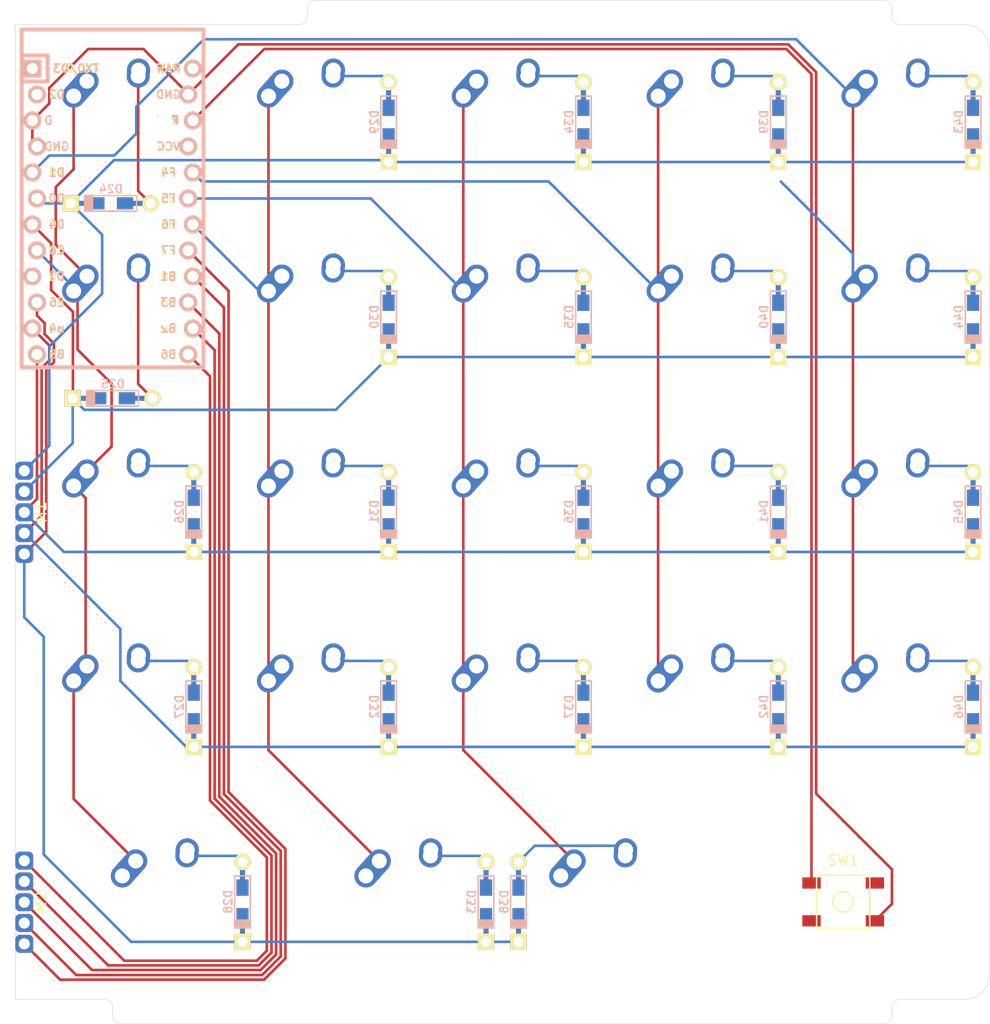
<source format=kicad_pcb>
(kicad_pcb (version 20171130) (host pcbnew "(5.1.12)-1")

  (general
    (thickness 1.6)
    (drawings 22)
    (tracks 207)
    (zones 0)
    (modules 50)
    (nets 46)
  )

  (page A4)
  (layers
    (0 F.Cu signal)
    (31 B.Cu signal)
    (32 B.Adhes user)
    (33 F.Adhes user)
    (34 B.Paste user)
    (35 F.Paste user)
    (36 B.SilkS user)
    (37 F.SilkS user)
    (38 B.Mask user)
    (39 F.Mask user)
    (40 Dwgs.User user)
    (41 Cmts.User user)
    (42 Eco1.User user)
    (43 Eco2.User user)
    (44 Edge.Cuts user)
    (45 Margin user)
    (46 B.CrtYd user)
    (47 F.CrtYd user)
    (48 B.Fab user)
    (49 F.Fab user)
  )

  (setup
    (last_trace_width 0.254)
    (trace_clearance 0.2)
    (zone_clearance 0.508)
    (zone_45_only no)
    (trace_min 0.2)
    (via_size 0.8)
    (via_drill 0.4)
    (via_min_size 0.4)
    (via_min_drill 0.3)
    (uvia_size 0.3)
    (uvia_drill 0.1)
    (uvias_allowed no)
    (uvia_min_size 0.2)
    (uvia_min_drill 0.1)
    (edge_width 0.05)
    (segment_width 0.2)
    (pcb_text_width 0.3)
    (pcb_text_size 1.5 1.5)
    (mod_edge_width 0.12)
    (mod_text_size 1 1)
    (mod_text_width 0.15)
    (pad_size 1.524 1.524)
    (pad_drill 0.762)
    (pad_to_mask_clearance 0)
    (aux_axis_origin 0 0)
    (visible_elements 7FFFFFFF)
    (pcbplotparams
      (layerselection 0x010f0_ffffffff)
      (usegerberextensions true)
      (usegerberattributes true)
      (usegerberadvancedattributes true)
      (creategerberjobfile false)
      (excludeedgelayer true)
      (linewidth 0.100000)
      (plotframeref false)
      (viasonmask false)
      (mode 1)
      (useauxorigin false)
      (hpglpennumber 1)
      (hpglpenspeed 20)
      (hpglpendiameter 15.000000)
      (psnegative false)
      (psa4output false)
      (plotreference true)
      (plotvalue true)
      (plotinvisibletext false)
      (padsonsilk false)
      (subtractmaskfromsilk true)
      (outputformat 1)
      (mirror false)
      (drillshape 0)
      (scaleselection 1)
      (outputdirectory "Gerbers/"))
  )

  (net 0 "")
  (net 1 ROW0)
  (net 2 ROW1)
  (net 3 ROW2)
  (net 4 ROW3)
  (net 5 ROW4)
  (net 6 "Net-(D24-Pad2)")
  (net 7 "Net-(D25-Pad2)")
  (net 8 "Net-(D26-Pad2)")
  (net 9 "Net-(D27-Pad2)")
  (net 10 "Net-(D28-Pad2)")
  (net 11 "Net-(D29-Pad2)")
  (net 12 "Net-(D30-Pad2)")
  (net 13 "Net-(D31-Pad2)")
  (net 14 "Net-(D32-Pad2)")
  (net 15 "Net-(D33-Pad2)")
  (net 16 "Net-(D34-Pad2)")
  (net 17 "Net-(D35-Pad2)")
  (net 18 "Net-(D36-Pad2)")
  (net 19 "Net-(D37-Pad2)")
  (net 20 "Net-(D38-Pad2)")
  (net 21 "Net-(D39-Pad2)")
  (net 22 "Net-(D40-Pad2)")
  (net 23 "Net-(D41-Pad2)")
  (net 24 "Net-(D42-Pad2)")
  (net 25 "Net-(D43-Pad2)")
  (net 26 "Net-(D44-Pad2)")
  (net 27 "Net-(D45-Pad2)")
  (net 28 "Net-(D46-Pad2)")
  (net 29 COL5)
  (net 30 COL6)
  (net 31 COL7)
  (net 32 COL8)
  (net 33 COL9)
  (net 34 COL4)
  (net 35 COL3)
  (net 36 COL2)
  (net 37 COL1)
  (net 38 COL0)
  (net 39 GND)
  (net 40 "Net-(SW1-Pad1)")
  (net 41 "Net-(U1-Pad24)")
  (net 42 VCC)
  (net 43 "Net-(U1-Pad2)")
  (net 44 "Net-(U1-Pad1)")
  (net 45 "Net-(U1-Pad9)")

  (net_class Default "This is the default net class."
    (clearance 0.2)
    (trace_width 0.254)
    (via_dia 0.8)
    (via_drill 0.4)
    (uvia_dia 0.3)
    (uvia_drill 0.1)
    (add_net COL0)
    (add_net COL1)
    (add_net COL2)
    (add_net COL3)
    (add_net COL4)
    (add_net COL5)
    (add_net COL6)
    (add_net COL7)
    (add_net COL8)
    (add_net COL9)
    (add_net GND)
    (add_net "Net-(D24-Pad2)")
    (add_net "Net-(D25-Pad2)")
    (add_net "Net-(D26-Pad2)")
    (add_net "Net-(D27-Pad2)")
    (add_net "Net-(D28-Pad2)")
    (add_net "Net-(D29-Pad2)")
    (add_net "Net-(D30-Pad2)")
    (add_net "Net-(D31-Pad2)")
    (add_net "Net-(D32-Pad2)")
    (add_net "Net-(D33-Pad2)")
    (add_net "Net-(D34-Pad2)")
    (add_net "Net-(D35-Pad2)")
    (add_net "Net-(D36-Pad2)")
    (add_net "Net-(D37-Pad2)")
    (add_net "Net-(D38-Pad2)")
    (add_net "Net-(D39-Pad2)")
    (add_net "Net-(D40-Pad2)")
    (add_net "Net-(D41-Pad2)")
    (add_net "Net-(D42-Pad2)")
    (add_net "Net-(D43-Pad2)")
    (add_net "Net-(D44-Pad2)")
    (add_net "Net-(D45-Pad2)")
    (add_net "Net-(D46-Pad2)")
    (add_net "Net-(SW1-Pad1)")
    (add_net "Net-(U1-Pad1)")
    (add_net "Net-(U1-Pad2)")
    (add_net "Net-(U1-Pad24)")
    (add_net "Net-(U1-Pad9)")
    (add_net ROW0)
    (add_net ROW1)
    (add_net ROW2)
    (add_net ROW3)
    (add_net ROW4)
    (add_net VCC)
  )

  (net_class Power ""
    (clearance 0.2)
    (trace_width 0.381)
    (via_dia 0.8)
    (via_drill 0.4)
    (uvia_dia 0.3)
    (uvia_drill 0.1)
  )

  (module random-keyboard-parts:SKQG-1155865 (layer F.Cu) (tedit 5E62B398) (tstamp 61D98B82)
    (at 111.91875 116.68125 180)
    (path /61D27B43)
    (attr smd)
    (fp_text reference SW1 (at 0 4.064 180) (layer F.SilkS)
      (effects (font (size 1 1) (thickness 0.15)))
    )
    (fp_text value SW_Push (at 0 -4.064 180) (layer F.Fab)
      (effects (font (size 1 1) (thickness 0.15)))
    )
    (fp_line (start -2.6 1.1) (end -1.1 2.6) (layer F.Fab) (width 0.15))
    (fp_line (start 2.6 1.1) (end 1.1 2.6) (layer F.Fab) (width 0.15))
    (fp_line (start 2.6 -1.1) (end 1.1 -2.6) (layer F.Fab) (width 0.15))
    (fp_line (start -2.6 -1.1) (end -1.1 -2.6) (layer F.Fab) (width 0.15))
    (fp_circle (center 0 0) (end 1 0) (layer F.Fab) (width 0.15))
    (fp_line (start -4.2 -1.1) (end -4.2 -2.6) (layer F.Fab) (width 0.15))
    (fp_line (start -2.6 -1.1) (end -4.2 -1.1) (layer F.Fab) (width 0.15))
    (fp_line (start -2.6 1.1) (end -2.6 -1.1) (layer F.Fab) (width 0.15))
    (fp_line (start -4.2 1.1) (end -2.6 1.1) (layer F.Fab) (width 0.15))
    (fp_line (start -4.2 2.6) (end -4.2 1.1) (layer F.Fab) (width 0.15))
    (fp_line (start 4.2 2.6) (end -4.2 2.6) (layer F.Fab) (width 0.15))
    (fp_line (start 4.2 1.1) (end 4.2 2.6) (layer F.Fab) (width 0.15))
    (fp_line (start 2.6 1.1) (end 4.2 1.1) (layer F.Fab) (width 0.15))
    (fp_line (start 2.6 -1.1) (end 2.6 1.1) (layer F.Fab) (width 0.15))
    (fp_line (start 4.2 -1.1) (end 2.6 -1.1) (layer F.Fab) (width 0.15))
    (fp_line (start 4.2 -2.6) (end 4.2 -1.2) (layer F.Fab) (width 0.15))
    (fp_line (start -4.2 -2.6) (end 4.2 -2.6) (layer F.Fab) (width 0.15))
    (fp_circle (center 0 0) (end 1 0) (layer F.SilkS) (width 0.15))
    (fp_line (start -2.6 2.6) (end -2.6 -2.6) (layer F.SilkS) (width 0.15))
    (fp_line (start 2.6 2.6) (end -2.6 2.6) (layer F.SilkS) (width 0.15))
    (fp_line (start 2.6 -2.6) (end 2.6 2.6) (layer F.SilkS) (width 0.15))
    (fp_line (start -2.6 -2.6) (end 2.6 -2.6) (layer F.SilkS) (width 0.15))
    (pad 4 smd rect (at -3.1 1.85 180) (size 1.8 1.1) (layers F.Cu F.Paste F.Mask))
    (pad 3 smd rect (at 3.1 -1.85 180) (size 1.8 1.1) (layers F.Cu F.Paste F.Mask))
    (pad 2 smd rect (at -3.1 -1.85 180) (size 1.8 1.1) (layers F.Cu F.Paste F.Mask)
      (net 39 GND))
    (pad 1 smd rect (at 3.1 1.85 180) (size 1.8 1.1) (layers F.Cu F.Paste F.Mask)
      (net 40 "Net-(SW1-Pad1)"))
    (model ${KISYS3DMOD}/Button_Switch_SMD.3dshapes/SW_SPST_TL3342.step
      (at (xyz 0 0 0))
      (scale (xyz 1 1 1))
      (rotate (xyz 0 0 0))
    )
  )

  (module MX_Alps_Hybrid:MX-1U-NoLED (layer F.Cu) (tedit 5A9F5203) (tstamp 61D0DFFB)
    (at 88.10625 116.68125)
    (path /61DD74DC)
    (fp_text reference MX38 (at 0 3.175) (layer Dwgs.User)
      (effects (font (size 1 1) (thickness 0.15)))
    )
    (fp_text value MX-NoLED (at 0 -7.9375) (layer Dwgs.User)
      (effects (font (size 1 1) (thickness 0.15)))
    )
    (fp_line (start 5 -7) (end 7 -7) (layer Dwgs.User) (width 0.15))
    (fp_line (start 7 -7) (end 7 -5) (layer Dwgs.User) (width 0.15))
    (fp_line (start 5 7) (end 7 7) (layer Dwgs.User) (width 0.15))
    (fp_line (start 7 7) (end 7 5) (layer Dwgs.User) (width 0.15))
    (fp_line (start -7 5) (end -7 7) (layer Dwgs.User) (width 0.15))
    (fp_line (start -7 7) (end -5 7) (layer Dwgs.User) (width 0.15))
    (fp_line (start -5 -7) (end -7 -7) (layer Dwgs.User) (width 0.15))
    (fp_line (start -7 -7) (end -7 -5) (layer Dwgs.User) (width 0.15))
    (fp_line (start -9.525 -9.525) (end 9.525 -9.525) (layer Dwgs.User) (width 0.15))
    (fp_line (start 9.525 -9.525) (end 9.525 9.525) (layer Dwgs.User) (width 0.15))
    (fp_line (start 9.525 9.525) (end -9.525 9.525) (layer Dwgs.User) (width 0.15))
    (fp_line (start -9.525 9.525) (end -9.525 -9.525) (layer Dwgs.User) (width 0.15))
    (pad 2 thru_hole oval (at 2.5 -4.5 86.0548) (size 2.831378 2.25) (drill 1.47 (offset 0.290689 0)) (layers *.Cu B.Mask)
      (net 20 "Net-(D38-Pad2)"))
    (pad 2 thru_hole circle (at 2.54 -5.08) (size 2.25 2.25) (drill 1.47) (layers *.Cu B.Mask)
      (net 20 "Net-(D38-Pad2)"))
    (pad 1 thru_hole oval (at -3.81 -2.54 48.0996) (size 4.211556 2.25) (drill 1.47 (offset 0.980778 0)) (layers *.Cu B.Mask)
      (net 31 COL7))
    (pad "" np_thru_hole circle (at 0 0) (size 3.9878 3.9878) (drill 3.9878) (layers *.Cu *.Mask))
    (pad 1 thru_hole circle (at -2.5 -4) (size 2.25 2.25) (drill 1.47) (layers *.Cu B.Mask)
      (net 31 COL7))
    (pad "" np_thru_hole circle (at -5.08 0 48.0996) (size 1.75 1.75) (drill 1.75) (layers *.Cu *.Mask))
    (pad "" np_thru_hole circle (at 5.08 0 48.0996) (size 1.75 1.75) (drill 1.75) (layers *.Cu *.Mask))
  )

  (module modular:1x5 (layer F.Cu) (tedit 61D090E1) (tstamp 61D14D81)
    (at 31.84525 116.205)
    (path /61F32250)
    (fp_text reference M2 (at 1.651 0.508 90) (layer F.SilkS)
      (effects (font (size 1 1) (thickness 0.15)))
    )
    (fp_text value 1x5 (at -1.524 0.508 90) (layer F.Fab)
      (effects (font (size 1 1) (thickness 0.15)))
    )
    (pad 5 thru_hole roundrect (at 0 4.572) (size 1.7526 1.7526) (drill 1.0922) (layers *.Cu *.Mask) (roundrect_rratio 0.25)
      (net 34 COL4))
    (pad 4 thru_hole roundrect (at 0 2.54) (size 1.7526 1.7526) (drill 1.0922) (layers *.Cu *.Mask) (roundrect_rratio 0.25)
      (net 35 COL3))
    (pad 3 thru_hole roundrect (at 0 0.508) (size 1.7526 1.7526) (drill 1.0922) (layers *.Cu *.Mask) (roundrect_rratio 0.25)
      (net 36 COL2))
    (pad 2 thru_hole roundrect (at 0 -1.524) (size 1.7526 1.7526) (drill 1.0922) (layers *.Cu *.Mask) (roundrect_rratio 0.25)
      (net 37 COL1))
    (pad 1 thru_hole roundrect (at 0 -3.556) (size 1.7526 1.7526) (drill 1.0922) (layers *.Cu *.Mask) (roundrect_rratio 0.25)
      (net 38 COL0))
  )

  (module modular:1x5 (layer F.Cu) (tedit 61D090E1) (tstamp 61D14D78)
    (at 31.84525 78.105)
    (path /61F31400)
    (fp_text reference M1 (at 1.651 0.508 90) (layer F.SilkS)
      (effects (font (size 1 1) (thickness 0.15)))
    )
    (fp_text value 1x5 (at -1.524 0.508 90) (layer F.Fab)
      (effects (font (size 1 1) (thickness 0.15)))
    )
    (pad 1 thru_hole roundrect (at 0 -3.556) (size 1.7526 1.7526) (drill 1.0922) (layers *.Cu *.Mask) (roundrect_rratio 0.25)
      (net 1 ROW0))
    (pad 2 thru_hole roundrect (at 0 -1.524) (size 1.7526 1.7526) (drill 1.0922) (layers *.Cu *.Mask) (roundrect_rratio 0.25)
      (net 2 ROW1))
    (pad 3 thru_hole roundrect (at 0 0.508) (size 1.7526 1.7526) (drill 1.0922) (layers *.Cu *.Mask) (roundrect_rratio 0.25)
      (net 3 ROW2))
    (pad 4 thru_hole roundrect (at 0 2.54) (size 1.7526 1.7526) (drill 1.0922) (layers *.Cu *.Mask) (roundrect_rratio 0.25)
      (net 4 ROW3))
    (pad 5 thru_hole roundrect (at 0 4.572) (size 1.7526 1.7526) (drill 1.0922) (layers *.Cu *.Mask) (roundrect_rratio 0.25)
      (net 5 ROW4))
  )

  (module Keebio-Parts:ArduinoProMicro-ZigZag (layer F.Cu) (tedit 5BDF4FCE) (tstamp 61D11E13)
    (at 40.48125 49.2125 270)
    (path /61D0EDD3)
    (fp_text reference U1 (at 0 1.625 90) (layer F.SilkS) hide
      (effects (font (size 1 1) (thickness 0.2)))
    )
    (fp_text value ProMicro (at 0 0 90) (layer F.SilkS) hide
      (effects (font (size 1 1) (thickness 0.2)))
    )
    (fp_line (start -15.24 6.35) (end -15.24 8.89) (layer F.SilkS) (width 0.381))
    (fp_line (start -15.24 6.35) (end -15.24 8.89) (layer B.SilkS) (width 0.381))
    (fp_line (start -19.304 -3.556) (end -14.224 -3.556) (layer Dwgs.User) (width 0.2))
    (fp_line (start -19.304 3.81) (end -19.304 -3.556) (layer Dwgs.User) (width 0.2))
    (fp_line (start -14.224 3.81) (end -19.304 3.81) (layer Dwgs.User) (width 0.2))
    (fp_line (start -14.224 -3.556) (end -14.224 3.81) (layer Dwgs.User) (width 0.2))
    (fp_line (start -17.78 8.89) (end -15.24 8.89) (layer F.SilkS) (width 0.381))
    (fp_line (start -17.78 -8.89) (end -17.78 8.89) (layer F.SilkS) (width 0.381))
    (fp_line (start -15.24 -8.89) (end -17.78 -8.89) (layer F.SilkS) (width 0.381))
    (fp_line (start -17.78 -8.89) (end -17.78 8.89) (layer B.SilkS) (width 0.381))
    (fp_line (start -17.78 8.89) (end 15.24 8.89) (layer B.SilkS) (width 0.381))
    (fp_line (start 15.24 8.89) (end 15.24 -8.89) (layer B.SilkS) (width 0.381))
    (fp_line (start 15.24 -8.89) (end -17.78 -8.89) (layer B.SilkS) (width 0.381))
    (fp_poly (pts (xy -9.35097 -5.844635) (xy -9.25097 -5.844635) (xy -9.25097 -6.344635) (xy -9.35097 -6.344635)) (layer B.SilkS) (width 0.15))
    (fp_poly (pts (xy -9.35097 -5.844635) (xy -9.05097 -5.844635) (xy -9.05097 -5.944635) (xy -9.35097 -5.944635)) (layer B.SilkS) (width 0.15))
    (fp_poly (pts (xy -8.75097 -5.844635) (xy -8.55097 -5.844635) (xy -8.55097 -5.944635) (xy -8.75097 -5.944635)) (layer B.SilkS) (width 0.15))
    (fp_poly (pts (xy -9.35097 -6.244635) (xy -8.55097 -6.244635) (xy -8.55097 -6.344635) (xy -9.35097 -6.344635)) (layer B.SilkS) (width 0.15))
    (fp_poly (pts (xy -8.95097 -6.044635) (xy -8.85097 -6.044635) (xy -8.85097 -6.144635) (xy -8.95097 -6.144635)) (layer B.SilkS) (width 0.15))
    (fp_poly (pts (xy -8.76064 -4.931568) (xy -8.56064 -4.931568) (xy -8.56064 -4.831568) (xy -8.76064 -4.831568)) (layer F.SilkS) (width 0.15))
    (fp_poly (pts (xy -9.36064 -4.531568) (xy -8.56064 -4.531568) (xy -8.56064 -4.431568) (xy -9.36064 -4.431568)) (layer F.SilkS) (width 0.15))
    (fp_poly (pts (xy -9.36064 -4.931568) (xy -9.26064 -4.931568) (xy -9.26064 -4.431568) (xy -9.36064 -4.431568)) (layer F.SilkS) (width 0.15))
    (fp_poly (pts (xy -8.96064 -4.731568) (xy -8.86064 -4.731568) (xy -8.86064 -4.631568) (xy -8.96064 -4.631568)) (layer F.SilkS) (width 0.15))
    (fp_poly (pts (xy -9.36064 -4.931568) (xy -9.06064 -4.931568) (xy -9.06064 -4.831568) (xy -9.36064 -4.831568)) (layer F.SilkS) (width 0.15))
    (fp_line (start -12.7 6.35) (end -12.7 8.89) (layer F.SilkS) (width 0.381))
    (fp_line (start -15.24 6.35) (end -12.7 6.35) (layer F.SilkS) (width 0.381))
    (fp_line (start 15.24 -8.89) (end -15.24 -8.89) (layer F.SilkS) (width 0.381))
    (fp_line (start 15.24 8.89) (end 15.24 -8.89) (layer F.SilkS) (width 0.381))
    (fp_line (start -15.24 8.89) (end 15.24 8.89) (layer F.SilkS) (width 0.381))
    (fp_line (start -15.24 6.35) (end -12.7 6.35) (layer B.SilkS) (width 0.381))
    (fp_line (start -12.7 6.35) (end -12.7 8.89) (layer B.SilkS) (width 0.381))
    (fp_text user ST (at -8.91 -5.04) (layer B.SilkS)
      (effects (font (size 0.8 0.8) (thickness 0.15)) (justify mirror))
    )
    (fp_text user TX0/D3 (at -13.97 3.571872) (layer F.SilkS)
      (effects (font (size 0.8 0.8) (thickness 0.15)))
    )
    (fp_text user TX0/D3 (at -13.97 3.571872) (layer B.SilkS)
      (effects (font (size 0.8 0.8) (thickness 0.15)) (justify mirror))
    )
    (fp_text user D2 (at -11.43 5.461) (layer F.SilkS)
      (effects (font (size 0.8 0.8) (thickness 0.15)))
    )
    (fp_text user D0 (at -1.27 5.461) (layer F.SilkS)
      (effects (font (size 0.8 0.8) (thickness 0.15)))
    )
    (fp_text user D1 (at -3.81 5.461) (layer F.SilkS)
      (effects (font (size 0.8 0.8) (thickness 0.15)))
    )
    (fp_text user GND (at -6.35 5.461) (layer F.SilkS)
      (effects (font (size 0.8 0.8) (thickness 0.15)))
    )
    (fp_text user GND (at -8.89 5.461) (layer F.SilkS)
      (effects (font (size 0.8 0.8) (thickness 0.15)))
    )
    (fp_text user D4 (at 1.27 5.461) (layer F.SilkS)
      (effects (font (size 0.8 0.8) (thickness 0.15)))
    )
    (fp_text user C6 (at 3.81 5.461) (layer F.SilkS)
      (effects (font (size 0.8 0.8) (thickness 0.15)))
    )
    (fp_text user D7 (at 6.35 5.461) (layer F.SilkS)
      (effects (font (size 0.8 0.8) (thickness 0.15)))
    )
    (fp_text user E6 (at 8.89 5.461) (layer F.SilkS)
      (effects (font (size 0.8 0.8) (thickness 0.15)))
    )
    (fp_text user B4 (at 11.43 5.461) (layer F.SilkS)
      (effects (font (size 0.8 0.8) (thickness 0.15)))
    )
    (fp_text user B5 (at 13.97 5.461) (layer F.SilkS)
      (effects (font (size 0.8 0.8) (thickness 0.15)))
    )
    (fp_text user B6 (at 13.97 -5.461) (layer F.SilkS)
      (effects (font (size 0.8 0.8) (thickness 0.15)))
    )
    (fp_text user B2 (at 11.43 -5.461) (layer B.SilkS)
      (effects (font (size 0.8 0.8) (thickness 0.15)) (justify mirror))
    )
    (fp_text user B3 (at 8.89 -5.461) (layer F.SilkS)
      (effects (font (size 0.8 0.8) (thickness 0.15)))
    )
    (fp_text user B1 (at 6.35 -5.461) (layer F.SilkS)
      (effects (font (size 0.8 0.8) (thickness 0.15)))
    )
    (fp_text user F7 (at 3.81 -5.461) (layer B.SilkS)
      (effects (font (size 0.8 0.8) (thickness 0.15)) (justify mirror))
    )
    (fp_text user F6 (at 1.27 -5.461) (layer B.SilkS)
      (effects (font (size 0.8 0.8) (thickness 0.15)) (justify mirror))
    )
    (fp_text user F5 (at -1.27 -5.461) (layer B.SilkS)
      (effects (font (size 0.8 0.8) (thickness 0.15)) (justify mirror))
    )
    (fp_text user F4 (at -3.81 -5.461) (layer F.SilkS)
      (effects (font (size 0.8 0.8) (thickness 0.15)))
    )
    (fp_text user VCC (at -6.35 -5.461) (layer F.SilkS)
      (effects (font (size 0.8 0.8) (thickness 0.15)))
    )
    (fp_text user ST (at -8.92 -5.73312) (layer F.SilkS)
      (effects (font (size 0.8 0.8) (thickness 0.15)))
    )
    (fp_text user GND (at -11.43 -5.461) (layer F.SilkS)
      (effects (font (size 0.8 0.8) (thickness 0.15)))
    )
    (fp_text user RAW (at -13.97 -5.461) (layer F.SilkS)
      (effects (font (size 0.8 0.8) (thickness 0.15)))
    )
    (fp_text user RAW (at -13.97 -5.461) (layer B.SilkS)
      (effects (font (size 0.8 0.8) (thickness 0.15)) (justify mirror))
    )
    (fp_text user GND (at -11.43 -5.461) (layer B.SilkS)
      (effects (font (size 0.8 0.8) (thickness 0.15)) (justify mirror))
    )
    (fp_text user VCC (at -6.35 -5.461) (layer B.SilkS)
      (effects (font (size 0.8 0.8) (thickness 0.15)) (justify mirror))
    )
    (fp_text user F4 (at -3.81 -5.461) (layer B.SilkS)
      (effects (font (size 0.8 0.8) (thickness 0.15)) (justify mirror))
    )
    (fp_text user F5 (at -1.27 -5.461) (layer F.SilkS)
      (effects (font (size 0.8 0.8) (thickness 0.15)))
    )
    (fp_text user F6 (at 1.27 -5.461) (layer F.SilkS)
      (effects (font (size 0.8 0.8) (thickness 0.15)))
    )
    (fp_text user F7 (at 3.81 -5.461) (layer F.SilkS)
      (effects (font (size 0.8 0.8) (thickness 0.15)))
    )
    (fp_text user B1 (at 6.35 -5.461) (layer B.SilkS)
      (effects (font (size 0.8 0.8) (thickness 0.15)) (justify mirror))
    )
    (fp_text user B3 (at 8.89 -5.461) (layer B.SilkS)
      (effects (font (size 0.8 0.8) (thickness 0.15)) (justify mirror))
    )
    (fp_text user B2 (at 11.43 -5.461) (layer F.SilkS)
      (effects (font (size 0.8 0.8) (thickness 0.15)))
    )
    (fp_text user B6 (at 13.97 -5.461) (layer B.SilkS)
      (effects (font (size 0.8 0.8) (thickness 0.15)) (justify mirror))
    )
    (fp_text user B5 (at 13.97 5.461) (layer B.SilkS)
      (effects (font (size 0.8 0.8) (thickness 0.15)) (justify mirror))
    )
    (fp_text user B4 (at 11.43 5.461) (layer B.SilkS)
      (effects (font (size 0.8 0.8) (thickness 0.15)) (justify mirror))
    )
    (fp_text user E6 (at 8.89 5.461) (layer B.SilkS)
      (effects (font (size 0.8 0.8) (thickness 0.15)) (justify mirror))
    )
    (fp_text user D7 (at 6.35 5.461) (layer B.SilkS)
      (effects (font (size 0.8 0.8) (thickness 0.15)) (justify mirror))
    )
    (fp_text user C6 (at 3.81 5.461) (layer B.SilkS)
      (effects (font (size 0.8 0.8) (thickness 0.15)) (justify mirror))
    )
    (fp_text user D4 (at 1.27 5.461) (layer B.SilkS)
      (effects (font (size 0.8 0.8) (thickness 0.15)) (justify mirror))
    )
    (fp_text user GND (at -8.89 5.461) (layer B.SilkS)
      (effects (font (size 0.8 0.8) (thickness 0.15)) (justify mirror))
    )
    (fp_text user GND (at -6.35 5.461) (layer B.SilkS)
      (effects (font (size 0.8 0.8) (thickness 0.15)) (justify mirror))
    )
    (fp_text user D1 (at -3.81 5.461) (layer B.SilkS)
      (effects (font (size 0.8 0.8) (thickness 0.15)) (justify mirror))
    )
    (fp_text user D0 (at -1.27 5.461) (layer B.SilkS)
      (effects (font (size 0.8 0.8) (thickness 0.15)) (justify mirror))
    )
    (fp_text user D2 (at -11.43 5.461) (layer B.SilkS)
      (effects (font (size 0.8 0.8) (thickness 0.15)) (justify mirror))
    )
    (pad 24 thru_hole circle (at -13.97 -7.8486 270) (size 1.7526 1.7526) (drill 1.0922) (layers *.Cu *.SilkS *.Mask)
      (net 41 "Net-(U1-Pad24)"))
    (pad 12 thru_hole circle (at 13.97 7.3914 270) (size 1.7526 1.7526) (drill 1.0922) (layers *.Cu *.SilkS *.Mask)
      (net 3 ROW2))
    (pad 23 thru_hole circle (at -11.43 -7.3914 270) (size 1.7526 1.7526) (drill 1.0922) (layers *.Cu *.SilkS *.Mask)
      (net 39 GND))
    (pad 22 thru_hole circle (at -8.89 -7.8486 270) (size 1.7526 1.7526) (drill 1.0922) (layers *.Cu *.SilkS *.Mask)
      (net 40 "Net-(SW1-Pad1)"))
    (pad 21 thru_hole circle (at -6.35 -7.3914 270) (size 1.7526 1.7526) (drill 1.0922) (layers *.Cu *.SilkS *.Mask)
      (net 42 VCC))
    (pad 20 thru_hole circle (at -3.81 -7.8486 270) (size 1.7526 1.7526) (drill 1.0922) (layers *.Cu *.SilkS *.Mask)
      (net 32 COL8))
    (pad 19 thru_hole circle (at -1.27 -7.3914 270) (size 1.7526 1.7526) (drill 1.0922) (layers *.Cu *.SilkS *.Mask)
      (net 31 COL7))
    (pad 18 thru_hole circle (at 1.27 -7.8486 270) (size 1.7526 1.7526) (drill 1.0922) (layers *.Cu *.SilkS *.Mask)
      (net 30 COL6))
    (pad 17 thru_hole circle (at 3.81 -7.3914 270) (size 1.7526 1.7526) (drill 1.0922) (layers *.Cu *.SilkS *.Mask)
      (net 34 COL4))
    (pad 16 thru_hole circle (at 6.35 -7.8486 270) (size 1.7526 1.7526) (drill 1.0922) (layers *.Cu *.SilkS *.Mask)
      (net 35 COL3))
    (pad 15 thru_hole circle (at 8.89 -7.3914 270) (size 1.7526 1.7526) (drill 1.0922) (layers *.Cu *.SilkS *.Mask)
      (net 36 COL2))
    (pad 14 thru_hole circle (at 11.43 -7.8486 270) (size 1.7526 1.7526) (drill 1.0922) (layers *.Cu *.SilkS *.Mask)
      (net 37 COL1))
    (pad 13 thru_hole circle (at 13.97 -7.3914 270) (size 1.7526 1.7526) (drill 1.0922) (layers *.Cu *.SilkS *.Mask)
      (net 38 COL0))
    (pad 11 thru_hole circle (at 11.43 7.8486 270) (size 1.7526 1.7526) (drill 1.0922) (layers *.Cu *.SilkS *.Mask)
      (net 4 ROW3))
    (pad 10 thru_hole circle (at 8.89 7.3914 270) (size 1.7526 1.7526) (drill 1.0922) (layers *.Cu *.SilkS *.Mask)
      (net 5 ROW4))
    (pad 9 thru_hole circle (at 6.35 7.8486 270) (size 1.7526 1.7526) (drill 1.0922) (layers *.Cu *.SilkS *.Mask)
      (net 45 "Net-(U1-Pad9)"))
    (pad 8 thru_hole circle (at 3.81 7.3914 270) (size 1.7526 1.7526) (drill 1.0922) (layers *.Cu *.SilkS *.Mask)
      (net 29 COL5))
    (pad 7 thru_hole circle (at 1.27 7.8486 270) (size 1.7526 1.7526) (drill 1.0922) (layers *.Cu *.SilkS *.Mask)
      (net 2 ROW1))
    (pad 6 thru_hole circle (at -1.27 7.3914 270) (size 1.7526 1.7526) (drill 1.0922) (layers *.Cu *.SilkS *.Mask)
      (net 1 ROW0))
    (pad 5 thru_hole circle (at -3.81 7.8486 270) (size 1.7526 1.7526) (drill 1.0922) (layers *.Cu *.SilkS *.Mask)
      (net 33 COL9))
    (pad 4 thru_hole circle (at -6.35 7.3914 270) (size 1.7526 1.7526) (drill 1.0922) (layers *.Cu *.SilkS *.Mask)
      (net 39 GND))
    (pad 3 thru_hole circle (at -8.89 7.8486 270) (size 1.7526 1.7526) (drill 1.0922) (layers *.Cu *.SilkS *.Mask)
      (net 39 GND))
    (pad 2 thru_hole circle (at -11.43 7.3914 270) (size 1.7526 1.7526) (drill 1.0922) (layers *.Cu *.SilkS *.Mask)
      (net 43 "Net-(U1-Pad2)"))
    (pad 1 thru_hole rect (at -13.97 7.8486 270) (size 1.7526 1.7526) (drill 1.0922) (layers *.Cu *.SilkS *.Mask)
      (net 44 "Net-(U1-Pad1)"))
    (model /Users/danny/Documents/proj/custom-keyboard/kicad-libs/3d_models/ArduinoProMicro.wrl
      (offset (xyz -13.96999979019165 -7.619999885559082 -5.841999912261963))
      (scale (xyz 0.395 0.395 0.395))
      (rotate (xyz 90 180 180))
    )
  )

  (module MX_Alps_Hybrid:MX-1U-NoLED (layer F.Cu) (tedit 5A9F5203) (tstamp 61D0DED0)
    (at 40.48125 59.53125)
    (path /61D98050)
    (fp_text reference MX25 (at 0 3.175) (layer Dwgs.User)
      (effects (font (size 1 1) (thickness 0.15)))
    )
    (fp_text value MX-NoLED (at 0 -7.9375) (layer Dwgs.User)
      (effects (font (size 1 1) (thickness 0.15)))
    )
    (fp_line (start 5 -7) (end 7 -7) (layer Dwgs.User) (width 0.15))
    (fp_line (start 7 -7) (end 7 -5) (layer Dwgs.User) (width 0.15))
    (fp_line (start 5 7) (end 7 7) (layer Dwgs.User) (width 0.15))
    (fp_line (start 7 7) (end 7 5) (layer Dwgs.User) (width 0.15))
    (fp_line (start -7 5) (end -7 7) (layer Dwgs.User) (width 0.15))
    (fp_line (start -7 7) (end -5 7) (layer Dwgs.User) (width 0.15))
    (fp_line (start -5 -7) (end -7 -7) (layer Dwgs.User) (width 0.15))
    (fp_line (start -7 -7) (end -7 -5) (layer Dwgs.User) (width 0.15))
    (fp_line (start -9.525 -9.525) (end 9.525 -9.525) (layer Dwgs.User) (width 0.15))
    (fp_line (start 9.525 -9.525) (end 9.525 9.525) (layer Dwgs.User) (width 0.15))
    (fp_line (start 9.525 9.525) (end -9.525 9.525) (layer Dwgs.User) (width 0.15))
    (fp_line (start -9.525 9.525) (end -9.525 -9.525) (layer Dwgs.User) (width 0.15))
    (pad 2 thru_hole oval (at 2.5 -4.5 86.0548) (size 2.831378 2.25) (drill 1.47 (offset 0.290689 0)) (layers *.Cu B.Mask)
      (net 7 "Net-(D25-Pad2)"))
    (pad 2 thru_hole circle (at 2.54 -5.08) (size 2.25 2.25) (drill 1.47) (layers *.Cu B.Mask)
      (net 7 "Net-(D25-Pad2)"))
    (pad 1 thru_hole oval (at -3.81 -2.54 48.0996) (size 4.211556 2.25) (drill 1.47 (offset 0.980778 0)) (layers *.Cu B.Mask)
      (net 29 COL5))
    (pad "" np_thru_hole circle (at 0 0) (size 3.9878 3.9878) (drill 3.9878) (layers *.Cu *.Mask))
    (pad 1 thru_hole circle (at -2.5 -4) (size 2.25 2.25) (drill 1.47) (layers *.Cu B.Mask)
      (net 29 COL5))
    (pad "" np_thru_hole circle (at -5.08 0 48.0996) (size 1.75 1.75) (drill 1.75) (layers *.Cu *.Mask))
    (pad "" np_thru_hole circle (at 5.08 0 48.0996) (size 1.75 1.75) (drill 1.75) (layers *.Cu *.Mask))
  )

  (module MX_Alps_Hybrid:MX-1.5U-NoLED (layer F.Cu) (tedit 5A9F5217) (tstamp 61D0DF15)
    (at 45.24375 116.68125)
    (path /61DD74A7)
    (fp_text reference MX28 (at 0 3.175) (layer Dwgs.User)
      (effects (font (size 1 1) (thickness 0.15)))
    )
    (fp_text value MX-NoLED (at 0 -7.9375) (layer Dwgs.User)
      (effects (font (size 1 1) (thickness 0.15)))
    )
    (fp_line (start 5 -7) (end 7 -7) (layer Dwgs.User) (width 0.15))
    (fp_line (start 7 -7) (end 7 -5) (layer Dwgs.User) (width 0.15))
    (fp_line (start 5 7) (end 7 7) (layer Dwgs.User) (width 0.15))
    (fp_line (start 7 7) (end 7 5) (layer Dwgs.User) (width 0.15))
    (fp_line (start -7 5) (end -7 7) (layer Dwgs.User) (width 0.15))
    (fp_line (start -7 7) (end -5 7) (layer Dwgs.User) (width 0.15))
    (fp_line (start -5 -7) (end -7 -7) (layer Dwgs.User) (width 0.15))
    (fp_line (start -7 -7) (end -7 -5) (layer Dwgs.User) (width 0.15))
    (fp_line (start -14.2875 -9.525) (end 14.2875 -9.525) (layer Dwgs.User) (width 0.15))
    (fp_line (start 14.2875 -9.525) (end 14.2875 9.525) (layer Dwgs.User) (width 0.15))
    (fp_line (start 14.2875 9.525) (end -14.2875 9.525) (layer Dwgs.User) (width 0.15))
    (fp_line (start -14.2875 9.525) (end -14.2875 -9.525) (layer Dwgs.User) (width 0.15))
    (pad 2 thru_hole oval (at 2.5 -4.5 86.0548) (size 2.831378 2.25) (drill 1.47 (offset 0.290689 0)) (layers *.Cu B.Mask)
      (net 10 "Net-(D28-Pad2)"))
    (pad 2 thru_hole circle (at 2.54 -5.08) (size 2.25 2.25) (drill 1.47) (layers *.Cu B.Mask)
      (net 10 "Net-(D28-Pad2)"))
    (pad 1 thru_hole oval (at -3.81 -2.54 48.0996) (size 4.211556 2.25) (drill 1.47 (offset 0.980778 0)) (layers *.Cu B.Mask)
      (net 29 COL5))
    (pad "" np_thru_hole circle (at 0 0) (size 3.9878 3.9878) (drill 3.9878) (layers *.Cu *.Mask))
    (pad 1 thru_hole circle (at -2.5 -4) (size 2.25 2.25) (drill 1.47) (layers *.Cu B.Mask)
      (net 29 COL5))
    (pad "" np_thru_hole circle (at -5.08 0 48.0996) (size 1.75 1.75) (drill 1.75) (layers *.Cu *.Mask))
    (pad "" np_thru_hole circle (at 5.08 0 48.0996) (size 1.75 1.75) (drill 1.75) (layers *.Cu *.Mask))
  )

  (module MX_Alps_Hybrid:MX-1U-NoLED (layer F.Cu) (tedit 5A9F5203) (tstamp 61D0E0B3)
    (at 116.68125 97.63125)
    (path /61D9807A)
    (fp_text reference MX46 (at 0 3.175) (layer Dwgs.User)
      (effects (font (size 1 1) (thickness 0.15)))
    )
    (fp_text value MX-NoLED (at 0 -7.9375) (layer Dwgs.User)
      (effects (font (size 1 1) (thickness 0.15)))
    )
    (fp_line (start 5 -7) (end 7 -7) (layer Dwgs.User) (width 0.15))
    (fp_line (start 7 -7) (end 7 -5) (layer Dwgs.User) (width 0.15))
    (fp_line (start 5 7) (end 7 7) (layer Dwgs.User) (width 0.15))
    (fp_line (start 7 7) (end 7 5) (layer Dwgs.User) (width 0.15))
    (fp_line (start -7 5) (end -7 7) (layer Dwgs.User) (width 0.15))
    (fp_line (start -7 7) (end -5 7) (layer Dwgs.User) (width 0.15))
    (fp_line (start -5 -7) (end -7 -7) (layer Dwgs.User) (width 0.15))
    (fp_line (start -7 -7) (end -7 -5) (layer Dwgs.User) (width 0.15))
    (fp_line (start -9.525 -9.525) (end 9.525 -9.525) (layer Dwgs.User) (width 0.15))
    (fp_line (start 9.525 -9.525) (end 9.525 9.525) (layer Dwgs.User) (width 0.15))
    (fp_line (start 9.525 9.525) (end -9.525 9.525) (layer Dwgs.User) (width 0.15))
    (fp_line (start -9.525 9.525) (end -9.525 -9.525) (layer Dwgs.User) (width 0.15))
    (pad 2 thru_hole oval (at 2.5 -4.5 86.0548) (size 2.831378 2.25) (drill 1.47 (offset 0.290689 0)) (layers *.Cu B.Mask)
      (net 28 "Net-(D46-Pad2)"))
    (pad 2 thru_hole circle (at 2.54 -5.08) (size 2.25 2.25) (drill 1.47) (layers *.Cu B.Mask)
      (net 28 "Net-(D46-Pad2)"))
    (pad 1 thru_hole oval (at -3.81 -2.54 48.0996) (size 4.211556 2.25) (drill 1.47 (offset 0.980778 0)) (layers *.Cu B.Mask)
      (net 33 COL9))
    (pad "" np_thru_hole circle (at 0 0) (size 3.9878 3.9878) (drill 3.9878) (layers *.Cu *.Mask))
    (pad 1 thru_hole circle (at -2.5 -4) (size 2.25 2.25) (drill 1.47) (layers *.Cu B.Mask)
      (net 33 COL9))
    (pad "" np_thru_hole circle (at -5.08 0 48.0996) (size 1.75 1.75) (drill 1.75) (layers *.Cu *.Mask))
    (pad "" np_thru_hole circle (at 5.08 0 48.0996) (size 1.75 1.75) (drill 1.75) (layers *.Cu *.Mask))
  )

  (module MX_Alps_Hybrid:MX-1U-NoLED (layer F.Cu) (tedit 5A9F5203) (tstamp 61D0E09C)
    (at 116.68125 78.58125)
    (path /61D980E3)
    (fp_text reference MX45 (at 0 3.175) (layer Dwgs.User)
      (effects (font (size 1 1) (thickness 0.15)))
    )
    (fp_text value MX-NoLED (at 0 -7.9375) (layer Dwgs.User)
      (effects (font (size 1 1) (thickness 0.15)))
    )
    (fp_line (start 5 -7) (end 7 -7) (layer Dwgs.User) (width 0.15))
    (fp_line (start 7 -7) (end 7 -5) (layer Dwgs.User) (width 0.15))
    (fp_line (start 5 7) (end 7 7) (layer Dwgs.User) (width 0.15))
    (fp_line (start 7 7) (end 7 5) (layer Dwgs.User) (width 0.15))
    (fp_line (start -7 5) (end -7 7) (layer Dwgs.User) (width 0.15))
    (fp_line (start -7 7) (end -5 7) (layer Dwgs.User) (width 0.15))
    (fp_line (start -5 -7) (end -7 -7) (layer Dwgs.User) (width 0.15))
    (fp_line (start -7 -7) (end -7 -5) (layer Dwgs.User) (width 0.15))
    (fp_line (start -9.525 -9.525) (end 9.525 -9.525) (layer Dwgs.User) (width 0.15))
    (fp_line (start 9.525 -9.525) (end 9.525 9.525) (layer Dwgs.User) (width 0.15))
    (fp_line (start 9.525 9.525) (end -9.525 9.525) (layer Dwgs.User) (width 0.15))
    (fp_line (start -9.525 9.525) (end -9.525 -9.525) (layer Dwgs.User) (width 0.15))
    (pad 2 thru_hole oval (at 2.5 -4.5 86.0548) (size 2.831378 2.25) (drill 1.47 (offset 0.290689 0)) (layers *.Cu B.Mask)
      (net 27 "Net-(D45-Pad2)"))
    (pad 2 thru_hole circle (at 2.54 -5.08) (size 2.25 2.25) (drill 1.47) (layers *.Cu B.Mask)
      (net 27 "Net-(D45-Pad2)"))
    (pad 1 thru_hole oval (at -3.81 -2.54 48.0996) (size 4.211556 2.25) (drill 1.47 (offset 0.980778 0)) (layers *.Cu B.Mask)
      (net 33 COL9))
    (pad "" np_thru_hole circle (at 0 0) (size 3.9878 3.9878) (drill 3.9878) (layers *.Cu *.Mask))
    (pad 1 thru_hole circle (at -2.5 -4) (size 2.25 2.25) (drill 1.47) (layers *.Cu B.Mask)
      (net 33 COL9))
    (pad "" np_thru_hole circle (at -5.08 0 48.0996) (size 1.75 1.75) (drill 1.75) (layers *.Cu *.Mask))
    (pad "" np_thru_hole circle (at 5.08 0 48.0996) (size 1.75 1.75) (drill 1.75) (layers *.Cu *.Mask))
  )

  (module MX_Alps_Hybrid:MX-1U-NoLED (layer F.Cu) (tedit 5A9F5203) (tstamp 61D0E085)
    (at 116.68125 59.53125)
    (path /61D98064)
    (fp_text reference MX44 (at 0 3.175) (layer Dwgs.User)
      (effects (font (size 1 1) (thickness 0.15)))
    )
    (fp_text value MX-NoLED (at 0 -7.9375) (layer Dwgs.User)
      (effects (font (size 1 1) (thickness 0.15)))
    )
    (fp_line (start 5 -7) (end 7 -7) (layer Dwgs.User) (width 0.15))
    (fp_line (start 7 -7) (end 7 -5) (layer Dwgs.User) (width 0.15))
    (fp_line (start 5 7) (end 7 7) (layer Dwgs.User) (width 0.15))
    (fp_line (start 7 7) (end 7 5) (layer Dwgs.User) (width 0.15))
    (fp_line (start -7 5) (end -7 7) (layer Dwgs.User) (width 0.15))
    (fp_line (start -7 7) (end -5 7) (layer Dwgs.User) (width 0.15))
    (fp_line (start -5 -7) (end -7 -7) (layer Dwgs.User) (width 0.15))
    (fp_line (start -7 -7) (end -7 -5) (layer Dwgs.User) (width 0.15))
    (fp_line (start -9.525 -9.525) (end 9.525 -9.525) (layer Dwgs.User) (width 0.15))
    (fp_line (start 9.525 -9.525) (end 9.525 9.525) (layer Dwgs.User) (width 0.15))
    (fp_line (start 9.525 9.525) (end -9.525 9.525) (layer Dwgs.User) (width 0.15))
    (fp_line (start -9.525 9.525) (end -9.525 -9.525) (layer Dwgs.User) (width 0.15))
    (pad 2 thru_hole oval (at 2.5 -4.5 86.0548) (size 2.831378 2.25) (drill 1.47 (offset 0.290689 0)) (layers *.Cu B.Mask)
      (net 26 "Net-(D44-Pad2)"))
    (pad 2 thru_hole circle (at 2.54 -5.08) (size 2.25 2.25) (drill 1.47) (layers *.Cu B.Mask)
      (net 26 "Net-(D44-Pad2)"))
    (pad 1 thru_hole oval (at -3.81 -2.54 48.0996) (size 4.211556 2.25) (drill 1.47 (offset 0.980778 0)) (layers *.Cu B.Mask)
      (net 33 COL9))
    (pad "" np_thru_hole circle (at 0 0) (size 3.9878 3.9878) (drill 3.9878) (layers *.Cu *.Mask))
    (pad 1 thru_hole circle (at -2.5 -4) (size 2.25 2.25) (drill 1.47) (layers *.Cu B.Mask)
      (net 33 COL9))
    (pad "" np_thru_hole circle (at -5.08 0 48.0996) (size 1.75 1.75) (drill 1.75) (layers *.Cu *.Mask))
    (pad "" np_thru_hole circle (at 5.08 0 48.0996) (size 1.75 1.75) (drill 1.75) (layers *.Cu *.Mask))
  )

  (module MX_Alps_Hybrid:MX-1U-NoLED (layer F.Cu) (tedit 5A9F5203) (tstamp 61D0E06E)
    (at 116.68125 40.48125)
    (path /61D98023)
    (fp_text reference MX43 (at 0 3.175) (layer Dwgs.User)
      (effects (font (size 1 1) (thickness 0.15)))
    )
    (fp_text value MX-NoLED (at 0 -7.9375) (layer Dwgs.User)
      (effects (font (size 1 1) (thickness 0.15)))
    )
    (fp_line (start 5 -7) (end 7 -7) (layer Dwgs.User) (width 0.15))
    (fp_line (start 7 -7) (end 7 -5) (layer Dwgs.User) (width 0.15))
    (fp_line (start 5 7) (end 7 7) (layer Dwgs.User) (width 0.15))
    (fp_line (start 7 7) (end 7 5) (layer Dwgs.User) (width 0.15))
    (fp_line (start -7 5) (end -7 7) (layer Dwgs.User) (width 0.15))
    (fp_line (start -7 7) (end -5 7) (layer Dwgs.User) (width 0.15))
    (fp_line (start -5 -7) (end -7 -7) (layer Dwgs.User) (width 0.15))
    (fp_line (start -7 -7) (end -7 -5) (layer Dwgs.User) (width 0.15))
    (fp_line (start -9.525 -9.525) (end 9.525 -9.525) (layer Dwgs.User) (width 0.15))
    (fp_line (start 9.525 -9.525) (end 9.525 9.525) (layer Dwgs.User) (width 0.15))
    (fp_line (start 9.525 9.525) (end -9.525 9.525) (layer Dwgs.User) (width 0.15))
    (fp_line (start -9.525 9.525) (end -9.525 -9.525) (layer Dwgs.User) (width 0.15))
    (pad 2 thru_hole oval (at 2.5 -4.5 86.0548) (size 2.831378 2.25) (drill 1.47 (offset 0.290689 0)) (layers *.Cu B.Mask)
      (net 25 "Net-(D43-Pad2)"))
    (pad 2 thru_hole circle (at 2.54 -5.08) (size 2.25 2.25) (drill 1.47) (layers *.Cu B.Mask)
      (net 25 "Net-(D43-Pad2)"))
    (pad 1 thru_hole oval (at -3.81 -2.54 48.0996) (size 4.211556 2.25) (drill 1.47 (offset 0.980778 0)) (layers *.Cu B.Mask)
      (net 33 COL9))
    (pad "" np_thru_hole circle (at 0 0) (size 3.9878 3.9878) (drill 3.9878) (layers *.Cu *.Mask))
    (pad 1 thru_hole circle (at -2.5 -4) (size 2.25 2.25) (drill 1.47) (layers *.Cu B.Mask)
      (net 33 COL9))
    (pad "" np_thru_hole circle (at -5.08 0 48.0996) (size 1.75 1.75) (drill 1.75) (layers *.Cu *.Mask))
    (pad "" np_thru_hole circle (at 5.08 0 48.0996) (size 1.75 1.75) (drill 1.75) (layers *.Cu *.Mask))
  )

  (module MX_Alps_Hybrid:MX-1U-NoLED (layer F.Cu) (tedit 5A9F5203) (tstamp 61D0E057)
    (at 97.63125 97.63125)
    (path /61D980A3)
    (fp_text reference MX42 (at 0 3.175) (layer Dwgs.User)
      (effects (font (size 1 1) (thickness 0.15)))
    )
    (fp_text value MX-NoLED (at 0 -7.9375) (layer Dwgs.User)
      (effects (font (size 1 1) (thickness 0.15)))
    )
    (fp_line (start 5 -7) (end 7 -7) (layer Dwgs.User) (width 0.15))
    (fp_line (start 7 -7) (end 7 -5) (layer Dwgs.User) (width 0.15))
    (fp_line (start 5 7) (end 7 7) (layer Dwgs.User) (width 0.15))
    (fp_line (start 7 7) (end 7 5) (layer Dwgs.User) (width 0.15))
    (fp_line (start -7 5) (end -7 7) (layer Dwgs.User) (width 0.15))
    (fp_line (start -7 7) (end -5 7) (layer Dwgs.User) (width 0.15))
    (fp_line (start -5 -7) (end -7 -7) (layer Dwgs.User) (width 0.15))
    (fp_line (start -7 -7) (end -7 -5) (layer Dwgs.User) (width 0.15))
    (fp_line (start -9.525 -9.525) (end 9.525 -9.525) (layer Dwgs.User) (width 0.15))
    (fp_line (start 9.525 -9.525) (end 9.525 9.525) (layer Dwgs.User) (width 0.15))
    (fp_line (start 9.525 9.525) (end -9.525 9.525) (layer Dwgs.User) (width 0.15))
    (fp_line (start -9.525 9.525) (end -9.525 -9.525) (layer Dwgs.User) (width 0.15))
    (pad 2 thru_hole oval (at 2.5 -4.5 86.0548) (size 2.831378 2.25) (drill 1.47 (offset 0.290689 0)) (layers *.Cu B.Mask)
      (net 24 "Net-(D42-Pad2)"))
    (pad 2 thru_hole circle (at 2.54 -5.08) (size 2.25 2.25) (drill 1.47) (layers *.Cu B.Mask)
      (net 24 "Net-(D42-Pad2)"))
    (pad 1 thru_hole oval (at -3.81 -2.54 48.0996) (size 4.211556 2.25) (drill 1.47 (offset 0.980778 0)) (layers *.Cu B.Mask)
      (net 32 COL8))
    (pad "" np_thru_hole circle (at 0 0) (size 3.9878 3.9878) (drill 3.9878) (layers *.Cu *.Mask))
    (pad 1 thru_hole circle (at -2.5 -4) (size 2.25 2.25) (drill 1.47) (layers *.Cu B.Mask)
      (net 32 COL8))
    (pad "" np_thru_hole circle (at -5.08 0 48.0996) (size 1.75 1.75) (drill 1.75) (layers *.Cu *.Mask))
    (pad "" np_thru_hole circle (at 5.08 0 48.0996) (size 1.75 1.75) (drill 1.75) (layers *.Cu *.Mask))
  )

  (module MX_Alps_Hybrid:MX-1U-NoLED (layer F.Cu) (tedit 5A9F5203) (tstamp 61D0E040)
    (at 97.63125 78.58125)
    (path /61D9810C)
    (fp_text reference MX41 (at 0 3.175) (layer Dwgs.User)
      (effects (font (size 1 1) (thickness 0.15)))
    )
    (fp_text value MX-NoLED (at 0 -7.9375) (layer Dwgs.User)
      (effects (font (size 1 1) (thickness 0.15)))
    )
    (fp_line (start 5 -7) (end 7 -7) (layer Dwgs.User) (width 0.15))
    (fp_line (start 7 -7) (end 7 -5) (layer Dwgs.User) (width 0.15))
    (fp_line (start 5 7) (end 7 7) (layer Dwgs.User) (width 0.15))
    (fp_line (start 7 7) (end 7 5) (layer Dwgs.User) (width 0.15))
    (fp_line (start -7 5) (end -7 7) (layer Dwgs.User) (width 0.15))
    (fp_line (start -7 7) (end -5 7) (layer Dwgs.User) (width 0.15))
    (fp_line (start -5 -7) (end -7 -7) (layer Dwgs.User) (width 0.15))
    (fp_line (start -7 -7) (end -7 -5) (layer Dwgs.User) (width 0.15))
    (fp_line (start -9.525 -9.525) (end 9.525 -9.525) (layer Dwgs.User) (width 0.15))
    (fp_line (start 9.525 -9.525) (end 9.525 9.525) (layer Dwgs.User) (width 0.15))
    (fp_line (start 9.525 9.525) (end -9.525 9.525) (layer Dwgs.User) (width 0.15))
    (fp_line (start -9.525 9.525) (end -9.525 -9.525) (layer Dwgs.User) (width 0.15))
    (pad 2 thru_hole oval (at 2.5 -4.5 86.0548) (size 2.831378 2.25) (drill 1.47 (offset 0.290689 0)) (layers *.Cu B.Mask)
      (net 23 "Net-(D41-Pad2)"))
    (pad 2 thru_hole circle (at 2.54 -5.08) (size 2.25 2.25) (drill 1.47) (layers *.Cu B.Mask)
      (net 23 "Net-(D41-Pad2)"))
    (pad 1 thru_hole oval (at -3.81 -2.54 48.0996) (size 4.211556 2.25) (drill 1.47 (offset 0.980778 0)) (layers *.Cu B.Mask)
      (net 32 COL8))
    (pad "" np_thru_hole circle (at 0 0) (size 3.9878 3.9878) (drill 3.9878) (layers *.Cu *.Mask))
    (pad 1 thru_hole circle (at -2.5 -4) (size 2.25 2.25) (drill 1.47) (layers *.Cu B.Mask)
      (net 32 COL8))
    (pad "" np_thru_hole circle (at -5.08 0 48.0996) (size 1.75 1.75) (drill 1.75) (layers *.Cu *.Mask))
    (pad "" np_thru_hole circle (at 5.08 0 48.0996) (size 1.75 1.75) (drill 1.75) (layers *.Cu *.Mask))
  )

  (module MX_Alps_Hybrid:MX-1U-NoLED (layer F.Cu) (tedit 5A9F5203) (tstamp 61D0E029)
    (at 97.63125 59.53125)
    (path /61D98045)
    (fp_text reference MX40 (at 0 3.175) (layer Dwgs.User)
      (effects (font (size 1 1) (thickness 0.15)))
    )
    (fp_text value MX-NoLED (at 0 -7.9375) (layer Dwgs.User)
      (effects (font (size 1 1) (thickness 0.15)))
    )
    (fp_line (start 5 -7) (end 7 -7) (layer Dwgs.User) (width 0.15))
    (fp_line (start 7 -7) (end 7 -5) (layer Dwgs.User) (width 0.15))
    (fp_line (start 5 7) (end 7 7) (layer Dwgs.User) (width 0.15))
    (fp_line (start 7 7) (end 7 5) (layer Dwgs.User) (width 0.15))
    (fp_line (start -7 5) (end -7 7) (layer Dwgs.User) (width 0.15))
    (fp_line (start -7 7) (end -5 7) (layer Dwgs.User) (width 0.15))
    (fp_line (start -5 -7) (end -7 -7) (layer Dwgs.User) (width 0.15))
    (fp_line (start -7 -7) (end -7 -5) (layer Dwgs.User) (width 0.15))
    (fp_line (start -9.525 -9.525) (end 9.525 -9.525) (layer Dwgs.User) (width 0.15))
    (fp_line (start 9.525 -9.525) (end 9.525 9.525) (layer Dwgs.User) (width 0.15))
    (fp_line (start 9.525 9.525) (end -9.525 9.525) (layer Dwgs.User) (width 0.15))
    (fp_line (start -9.525 9.525) (end -9.525 -9.525) (layer Dwgs.User) (width 0.15))
    (pad 2 thru_hole oval (at 2.5 -4.5 86.0548) (size 2.831378 2.25) (drill 1.47 (offset 0.290689 0)) (layers *.Cu B.Mask)
      (net 22 "Net-(D40-Pad2)"))
    (pad 2 thru_hole circle (at 2.54 -5.08) (size 2.25 2.25) (drill 1.47) (layers *.Cu B.Mask)
      (net 22 "Net-(D40-Pad2)"))
    (pad 1 thru_hole oval (at -3.81 -2.54 48.0996) (size 4.211556 2.25) (drill 1.47 (offset 0.980778 0)) (layers *.Cu B.Mask)
      (net 32 COL8))
    (pad "" np_thru_hole circle (at 0 0) (size 3.9878 3.9878) (drill 3.9878) (layers *.Cu *.Mask))
    (pad 1 thru_hole circle (at -2.5 -4) (size 2.25 2.25) (drill 1.47) (layers *.Cu B.Mask)
      (net 32 COL8))
    (pad "" np_thru_hole circle (at -5.08 0 48.0996) (size 1.75 1.75) (drill 1.75) (layers *.Cu *.Mask))
    (pad "" np_thru_hole circle (at 5.08 0 48.0996) (size 1.75 1.75) (drill 1.75) (layers *.Cu *.Mask))
  )

  (module MX_Alps_Hybrid:MX-1U-NoLED (layer F.Cu) (tedit 5A9F5203) (tstamp 61D0E012)
    (at 97.63125 40.48125)
    (path /61D97FFA)
    (fp_text reference MX39 (at 0 3.175) (layer Dwgs.User)
      (effects (font (size 1 1) (thickness 0.15)))
    )
    (fp_text value MX-NoLED (at 0 -7.9375) (layer Dwgs.User)
      (effects (font (size 1 1) (thickness 0.15)))
    )
    (fp_line (start 5 -7) (end 7 -7) (layer Dwgs.User) (width 0.15))
    (fp_line (start 7 -7) (end 7 -5) (layer Dwgs.User) (width 0.15))
    (fp_line (start 5 7) (end 7 7) (layer Dwgs.User) (width 0.15))
    (fp_line (start 7 7) (end 7 5) (layer Dwgs.User) (width 0.15))
    (fp_line (start -7 5) (end -7 7) (layer Dwgs.User) (width 0.15))
    (fp_line (start -7 7) (end -5 7) (layer Dwgs.User) (width 0.15))
    (fp_line (start -5 -7) (end -7 -7) (layer Dwgs.User) (width 0.15))
    (fp_line (start -7 -7) (end -7 -5) (layer Dwgs.User) (width 0.15))
    (fp_line (start -9.525 -9.525) (end 9.525 -9.525) (layer Dwgs.User) (width 0.15))
    (fp_line (start 9.525 -9.525) (end 9.525 9.525) (layer Dwgs.User) (width 0.15))
    (fp_line (start 9.525 9.525) (end -9.525 9.525) (layer Dwgs.User) (width 0.15))
    (fp_line (start -9.525 9.525) (end -9.525 -9.525) (layer Dwgs.User) (width 0.15))
    (pad 2 thru_hole oval (at 2.5 -4.5 86.0548) (size 2.831378 2.25) (drill 1.47 (offset 0.290689 0)) (layers *.Cu B.Mask)
      (net 21 "Net-(D39-Pad2)"))
    (pad 2 thru_hole circle (at 2.54 -5.08) (size 2.25 2.25) (drill 1.47) (layers *.Cu B.Mask)
      (net 21 "Net-(D39-Pad2)"))
    (pad 1 thru_hole oval (at -3.81 -2.54 48.0996) (size 4.211556 2.25) (drill 1.47 (offset 0.980778 0)) (layers *.Cu B.Mask)
      (net 32 COL8))
    (pad "" np_thru_hole circle (at 0 0) (size 3.9878 3.9878) (drill 3.9878) (layers *.Cu *.Mask))
    (pad 1 thru_hole circle (at -2.5 -4) (size 2.25 2.25) (drill 1.47) (layers *.Cu B.Mask)
      (net 32 COL8))
    (pad "" np_thru_hole circle (at -5.08 0 48.0996) (size 1.75 1.75) (drill 1.75) (layers *.Cu *.Mask))
    (pad "" np_thru_hole circle (at 5.08 0 48.0996) (size 1.75 1.75) (drill 1.75) (layers *.Cu *.Mask))
  )

  (module MX_Alps_Hybrid:MX-1U-NoLED (layer F.Cu) (tedit 5A9F5203) (tstamp 61D0DFE4)
    (at 78.58125 97.63125)
    (path /61D980B8)
    (fp_text reference MX37 (at 0 3.175) (layer Dwgs.User)
      (effects (font (size 1 1) (thickness 0.15)))
    )
    (fp_text value MX-NoLED (at 0 -7.9375) (layer Dwgs.User)
      (effects (font (size 1 1) (thickness 0.15)))
    )
    (fp_line (start 5 -7) (end 7 -7) (layer Dwgs.User) (width 0.15))
    (fp_line (start 7 -7) (end 7 -5) (layer Dwgs.User) (width 0.15))
    (fp_line (start 5 7) (end 7 7) (layer Dwgs.User) (width 0.15))
    (fp_line (start 7 7) (end 7 5) (layer Dwgs.User) (width 0.15))
    (fp_line (start -7 5) (end -7 7) (layer Dwgs.User) (width 0.15))
    (fp_line (start -7 7) (end -5 7) (layer Dwgs.User) (width 0.15))
    (fp_line (start -5 -7) (end -7 -7) (layer Dwgs.User) (width 0.15))
    (fp_line (start -7 -7) (end -7 -5) (layer Dwgs.User) (width 0.15))
    (fp_line (start -9.525 -9.525) (end 9.525 -9.525) (layer Dwgs.User) (width 0.15))
    (fp_line (start 9.525 -9.525) (end 9.525 9.525) (layer Dwgs.User) (width 0.15))
    (fp_line (start 9.525 9.525) (end -9.525 9.525) (layer Dwgs.User) (width 0.15))
    (fp_line (start -9.525 9.525) (end -9.525 -9.525) (layer Dwgs.User) (width 0.15))
    (pad 2 thru_hole oval (at 2.5 -4.5 86.0548) (size 2.831378 2.25) (drill 1.47 (offset 0.290689 0)) (layers *.Cu B.Mask)
      (net 19 "Net-(D37-Pad2)"))
    (pad 2 thru_hole circle (at 2.54 -5.08) (size 2.25 2.25) (drill 1.47) (layers *.Cu B.Mask)
      (net 19 "Net-(D37-Pad2)"))
    (pad 1 thru_hole oval (at -3.81 -2.54 48.0996) (size 4.211556 2.25) (drill 1.47 (offset 0.980778 0)) (layers *.Cu B.Mask)
      (net 31 COL7))
    (pad "" np_thru_hole circle (at 0 0) (size 3.9878 3.9878) (drill 3.9878) (layers *.Cu *.Mask))
    (pad 1 thru_hole circle (at -2.5 -4) (size 2.25 2.25) (drill 1.47) (layers *.Cu B.Mask)
      (net 31 COL7))
    (pad "" np_thru_hole circle (at -5.08 0 48.0996) (size 1.75 1.75) (drill 1.75) (layers *.Cu *.Mask))
    (pad "" np_thru_hole circle (at 5.08 0 48.0996) (size 1.75 1.75) (drill 1.75) (layers *.Cu *.Mask))
  )

  (module MX_Alps_Hybrid:MX-1U-NoLED (layer F.Cu) (tedit 5A9F5203) (tstamp 61D0DFCD)
    (at 78.58125 78.58125)
    (path /61D98121)
    (fp_text reference MX36 (at 0 3.175) (layer Dwgs.User)
      (effects (font (size 1 1) (thickness 0.15)))
    )
    (fp_text value MX-NoLED (at 0 -7.9375) (layer Dwgs.User)
      (effects (font (size 1 1) (thickness 0.15)))
    )
    (fp_line (start 5 -7) (end 7 -7) (layer Dwgs.User) (width 0.15))
    (fp_line (start 7 -7) (end 7 -5) (layer Dwgs.User) (width 0.15))
    (fp_line (start 5 7) (end 7 7) (layer Dwgs.User) (width 0.15))
    (fp_line (start 7 7) (end 7 5) (layer Dwgs.User) (width 0.15))
    (fp_line (start -7 5) (end -7 7) (layer Dwgs.User) (width 0.15))
    (fp_line (start -7 7) (end -5 7) (layer Dwgs.User) (width 0.15))
    (fp_line (start -5 -7) (end -7 -7) (layer Dwgs.User) (width 0.15))
    (fp_line (start -7 -7) (end -7 -5) (layer Dwgs.User) (width 0.15))
    (fp_line (start -9.525 -9.525) (end 9.525 -9.525) (layer Dwgs.User) (width 0.15))
    (fp_line (start 9.525 -9.525) (end 9.525 9.525) (layer Dwgs.User) (width 0.15))
    (fp_line (start 9.525 9.525) (end -9.525 9.525) (layer Dwgs.User) (width 0.15))
    (fp_line (start -9.525 9.525) (end -9.525 -9.525) (layer Dwgs.User) (width 0.15))
    (pad 2 thru_hole oval (at 2.5 -4.5 86.0548) (size 2.831378 2.25) (drill 1.47 (offset 0.290689 0)) (layers *.Cu B.Mask)
      (net 18 "Net-(D36-Pad2)"))
    (pad 2 thru_hole circle (at 2.54 -5.08) (size 2.25 2.25) (drill 1.47) (layers *.Cu B.Mask)
      (net 18 "Net-(D36-Pad2)"))
    (pad 1 thru_hole oval (at -3.81 -2.54 48.0996) (size 4.211556 2.25) (drill 1.47 (offset 0.980778 0)) (layers *.Cu B.Mask)
      (net 31 COL7))
    (pad "" np_thru_hole circle (at 0 0) (size 3.9878 3.9878) (drill 3.9878) (layers *.Cu *.Mask))
    (pad 1 thru_hole circle (at -2.5 -4) (size 2.25 2.25) (drill 1.47) (layers *.Cu B.Mask)
      (net 31 COL7))
    (pad "" np_thru_hole circle (at -5.08 0 48.0996) (size 1.75 1.75) (drill 1.75) (layers *.Cu *.Mask))
    (pad "" np_thru_hole circle (at 5.08 0 48.0996) (size 1.75 1.75) (drill 1.75) (layers *.Cu *.Mask))
  )

  (module MX_Alps_Hybrid:MX-1U-NoLED (layer F.Cu) (tedit 5A9F5203) (tstamp 61D0DFB6)
    (at 78.58125 59.53125)
    (path /61D9803A)
    (fp_text reference MX35 (at 0 3.175) (layer Dwgs.User)
      (effects (font (size 1 1) (thickness 0.15)))
    )
    (fp_text value MX-NoLED (at 0 -7.9375) (layer Dwgs.User)
      (effects (font (size 1 1) (thickness 0.15)))
    )
    (fp_line (start 5 -7) (end 7 -7) (layer Dwgs.User) (width 0.15))
    (fp_line (start 7 -7) (end 7 -5) (layer Dwgs.User) (width 0.15))
    (fp_line (start 5 7) (end 7 7) (layer Dwgs.User) (width 0.15))
    (fp_line (start 7 7) (end 7 5) (layer Dwgs.User) (width 0.15))
    (fp_line (start -7 5) (end -7 7) (layer Dwgs.User) (width 0.15))
    (fp_line (start -7 7) (end -5 7) (layer Dwgs.User) (width 0.15))
    (fp_line (start -5 -7) (end -7 -7) (layer Dwgs.User) (width 0.15))
    (fp_line (start -7 -7) (end -7 -5) (layer Dwgs.User) (width 0.15))
    (fp_line (start -9.525 -9.525) (end 9.525 -9.525) (layer Dwgs.User) (width 0.15))
    (fp_line (start 9.525 -9.525) (end 9.525 9.525) (layer Dwgs.User) (width 0.15))
    (fp_line (start 9.525 9.525) (end -9.525 9.525) (layer Dwgs.User) (width 0.15))
    (fp_line (start -9.525 9.525) (end -9.525 -9.525) (layer Dwgs.User) (width 0.15))
    (pad 2 thru_hole oval (at 2.5 -4.5 86.0548) (size 2.831378 2.25) (drill 1.47 (offset 0.290689 0)) (layers *.Cu B.Mask)
      (net 17 "Net-(D35-Pad2)"))
    (pad 2 thru_hole circle (at 2.54 -5.08) (size 2.25 2.25) (drill 1.47) (layers *.Cu B.Mask)
      (net 17 "Net-(D35-Pad2)"))
    (pad 1 thru_hole oval (at -3.81 -2.54 48.0996) (size 4.211556 2.25) (drill 1.47 (offset 0.980778 0)) (layers *.Cu B.Mask)
      (net 31 COL7))
    (pad "" np_thru_hole circle (at 0 0) (size 3.9878 3.9878) (drill 3.9878) (layers *.Cu *.Mask))
    (pad 1 thru_hole circle (at -2.5 -4) (size 2.25 2.25) (drill 1.47) (layers *.Cu B.Mask)
      (net 31 COL7))
    (pad "" np_thru_hole circle (at -5.08 0 48.0996) (size 1.75 1.75) (drill 1.75) (layers *.Cu *.Mask))
    (pad "" np_thru_hole circle (at 5.08 0 48.0996) (size 1.75 1.75) (drill 1.75) (layers *.Cu *.Mask))
  )

  (module MX_Alps_Hybrid:MX-1U-NoLED (layer F.Cu) (tedit 5A9F5203) (tstamp 61D0DF9F)
    (at 78.58125 40.48125)
    (path /61D97FE5)
    (fp_text reference MX34 (at 0 3.175) (layer Dwgs.User)
      (effects (font (size 1 1) (thickness 0.15)))
    )
    (fp_text value MX-NoLED (at 0 -7.9375) (layer Dwgs.User)
      (effects (font (size 1 1) (thickness 0.15)))
    )
    (fp_line (start 5 -7) (end 7 -7) (layer Dwgs.User) (width 0.15))
    (fp_line (start 7 -7) (end 7 -5) (layer Dwgs.User) (width 0.15))
    (fp_line (start 5 7) (end 7 7) (layer Dwgs.User) (width 0.15))
    (fp_line (start 7 7) (end 7 5) (layer Dwgs.User) (width 0.15))
    (fp_line (start -7 5) (end -7 7) (layer Dwgs.User) (width 0.15))
    (fp_line (start -7 7) (end -5 7) (layer Dwgs.User) (width 0.15))
    (fp_line (start -5 -7) (end -7 -7) (layer Dwgs.User) (width 0.15))
    (fp_line (start -7 -7) (end -7 -5) (layer Dwgs.User) (width 0.15))
    (fp_line (start -9.525 -9.525) (end 9.525 -9.525) (layer Dwgs.User) (width 0.15))
    (fp_line (start 9.525 -9.525) (end 9.525 9.525) (layer Dwgs.User) (width 0.15))
    (fp_line (start 9.525 9.525) (end -9.525 9.525) (layer Dwgs.User) (width 0.15))
    (fp_line (start -9.525 9.525) (end -9.525 -9.525) (layer Dwgs.User) (width 0.15))
    (pad 2 thru_hole oval (at 2.5 -4.5 86.0548) (size 2.831378 2.25) (drill 1.47 (offset 0.290689 0)) (layers *.Cu B.Mask)
      (net 16 "Net-(D34-Pad2)"))
    (pad 2 thru_hole circle (at 2.54 -5.08) (size 2.25 2.25) (drill 1.47) (layers *.Cu B.Mask)
      (net 16 "Net-(D34-Pad2)"))
    (pad 1 thru_hole oval (at -3.81 -2.54 48.0996) (size 4.211556 2.25) (drill 1.47 (offset 0.980778 0)) (layers *.Cu B.Mask)
      (net 31 COL7))
    (pad "" np_thru_hole circle (at 0 0) (size 3.9878 3.9878) (drill 3.9878) (layers *.Cu *.Mask))
    (pad 1 thru_hole circle (at -2.5 -4) (size 2.25 2.25) (drill 1.47) (layers *.Cu B.Mask)
      (net 31 COL7))
    (pad "" np_thru_hole circle (at -5.08 0 48.0996) (size 1.75 1.75) (drill 1.75) (layers *.Cu *.Mask))
    (pad "" np_thru_hole circle (at 5.08 0 48.0996) (size 1.75 1.75) (drill 1.75) (layers *.Cu *.Mask))
  )

  (module MX_Alps_Hybrid:MX-1U-NoLED (layer F.Cu) (tedit 5A9F5203) (tstamp 61D0DF88)
    (at 69.05625 116.68125)
    (path /61DD747E)
    (fp_text reference MX33 (at 0 3.175) (layer Dwgs.User)
      (effects (font (size 1 1) (thickness 0.15)))
    )
    (fp_text value MX-NoLED (at 0 -7.9375) (layer Dwgs.User)
      (effects (font (size 1 1) (thickness 0.15)))
    )
    (fp_line (start 5 -7) (end 7 -7) (layer Dwgs.User) (width 0.15))
    (fp_line (start 7 -7) (end 7 -5) (layer Dwgs.User) (width 0.15))
    (fp_line (start 5 7) (end 7 7) (layer Dwgs.User) (width 0.15))
    (fp_line (start 7 7) (end 7 5) (layer Dwgs.User) (width 0.15))
    (fp_line (start -7 5) (end -7 7) (layer Dwgs.User) (width 0.15))
    (fp_line (start -7 7) (end -5 7) (layer Dwgs.User) (width 0.15))
    (fp_line (start -5 -7) (end -7 -7) (layer Dwgs.User) (width 0.15))
    (fp_line (start -7 -7) (end -7 -5) (layer Dwgs.User) (width 0.15))
    (fp_line (start -9.525 -9.525) (end 9.525 -9.525) (layer Dwgs.User) (width 0.15))
    (fp_line (start 9.525 -9.525) (end 9.525 9.525) (layer Dwgs.User) (width 0.15))
    (fp_line (start 9.525 9.525) (end -9.525 9.525) (layer Dwgs.User) (width 0.15))
    (fp_line (start -9.525 9.525) (end -9.525 -9.525) (layer Dwgs.User) (width 0.15))
    (pad 2 thru_hole oval (at 2.5 -4.5 86.0548) (size 2.831378 2.25) (drill 1.47 (offset 0.290689 0)) (layers *.Cu B.Mask)
      (net 15 "Net-(D33-Pad2)"))
    (pad 2 thru_hole circle (at 2.54 -5.08) (size 2.25 2.25) (drill 1.47) (layers *.Cu B.Mask)
      (net 15 "Net-(D33-Pad2)"))
    (pad 1 thru_hole oval (at -3.81 -2.54 48.0996) (size 4.211556 2.25) (drill 1.47 (offset 0.980778 0)) (layers *.Cu B.Mask)
      (net 30 COL6))
    (pad "" np_thru_hole circle (at 0 0) (size 3.9878 3.9878) (drill 3.9878) (layers *.Cu *.Mask))
    (pad 1 thru_hole circle (at -2.5 -4) (size 2.25 2.25) (drill 1.47) (layers *.Cu B.Mask)
      (net 30 COL6))
    (pad "" np_thru_hole circle (at -5.08 0 48.0996) (size 1.75 1.75) (drill 1.75) (layers *.Cu *.Mask))
    (pad "" np_thru_hole circle (at 5.08 0 48.0996) (size 1.75 1.75) (drill 1.75) (layers *.Cu *.Mask))
  )

  (module MX_Alps_Hybrid:MX-1U-NoLED (layer F.Cu) (tedit 5A9F5203) (tstamp 61D0DF71)
    (at 59.53125 97.63125)
    (path /61D98084)
    (fp_text reference MX32 (at 0 3.175) (layer Dwgs.User)
      (effects (font (size 1 1) (thickness 0.15)))
    )
    (fp_text value MX-NoLED (at 0 -7.9375) (layer Dwgs.User)
      (effects (font (size 1 1) (thickness 0.15)))
    )
    (fp_line (start 5 -7) (end 7 -7) (layer Dwgs.User) (width 0.15))
    (fp_line (start 7 -7) (end 7 -5) (layer Dwgs.User) (width 0.15))
    (fp_line (start 5 7) (end 7 7) (layer Dwgs.User) (width 0.15))
    (fp_line (start 7 7) (end 7 5) (layer Dwgs.User) (width 0.15))
    (fp_line (start -7 5) (end -7 7) (layer Dwgs.User) (width 0.15))
    (fp_line (start -7 7) (end -5 7) (layer Dwgs.User) (width 0.15))
    (fp_line (start -5 -7) (end -7 -7) (layer Dwgs.User) (width 0.15))
    (fp_line (start -7 -7) (end -7 -5) (layer Dwgs.User) (width 0.15))
    (fp_line (start -9.525 -9.525) (end 9.525 -9.525) (layer Dwgs.User) (width 0.15))
    (fp_line (start 9.525 -9.525) (end 9.525 9.525) (layer Dwgs.User) (width 0.15))
    (fp_line (start 9.525 9.525) (end -9.525 9.525) (layer Dwgs.User) (width 0.15))
    (fp_line (start -9.525 9.525) (end -9.525 -9.525) (layer Dwgs.User) (width 0.15))
    (pad 2 thru_hole oval (at 2.5 -4.5 86.0548) (size 2.831378 2.25) (drill 1.47 (offset 0.290689 0)) (layers *.Cu B.Mask)
      (net 14 "Net-(D32-Pad2)"))
    (pad 2 thru_hole circle (at 2.54 -5.08) (size 2.25 2.25) (drill 1.47) (layers *.Cu B.Mask)
      (net 14 "Net-(D32-Pad2)"))
    (pad 1 thru_hole oval (at -3.81 -2.54 48.0996) (size 4.211556 2.25) (drill 1.47 (offset 0.980778 0)) (layers *.Cu B.Mask)
      (net 30 COL6))
    (pad "" np_thru_hole circle (at 0 0) (size 3.9878 3.9878) (drill 3.9878) (layers *.Cu *.Mask))
    (pad 1 thru_hole circle (at -2.5 -4) (size 2.25 2.25) (drill 1.47) (layers *.Cu B.Mask)
      (net 30 COL6))
    (pad "" np_thru_hole circle (at -5.08 0 48.0996) (size 1.75 1.75) (drill 1.75) (layers *.Cu *.Mask))
    (pad "" np_thru_hole circle (at 5.08 0 48.0996) (size 1.75 1.75) (drill 1.75) (layers *.Cu *.Mask))
  )

  (module MX_Alps_Hybrid:MX-1U-NoLED (layer F.Cu) (tedit 5A9F5203) (tstamp 61D0DF5A)
    (at 59.53125 78.58125)
    (path /61D980ED)
    (fp_text reference MX31 (at 0 3.175) (layer Dwgs.User)
      (effects (font (size 1 1) (thickness 0.15)))
    )
    (fp_text value MX-NoLED (at 0 -7.9375) (layer Dwgs.User)
      (effects (font (size 1 1) (thickness 0.15)))
    )
    (fp_line (start 5 -7) (end 7 -7) (layer Dwgs.User) (width 0.15))
    (fp_line (start 7 -7) (end 7 -5) (layer Dwgs.User) (width 0.15))
    (fp_line (start 5 7) (end 7 7) (layer Dwgs.User) (width 0.15))
    (fp_line (start 7 7) (end 7 5) (layer Dwgs.User) (width 0.15))
    (fp_line (start -7 5) (end -7 7) (layer Dwgs.User) (width 0.15))
    (fp_line (start -7 7) (end -5 7) (layer Dwgs.User) (width 0.15))
    (fp_line (start -5 -7) (end -7 -7) (layer Dwgs.User) (width 0.15))
    (fp_line (start -7 -7) (end -7 -5) (layer Dwgs.User) (width 0.15))
    (fp_line (start -9.525 -9.525) (end 9.525 -9.525) (layer Dwgs.User) (width 0.15))
    (fp_line (start 9.525 -9.525) (end 9.525 9.525) (layer Dwgs.User) (width 0.15))
    (fp_line (start 9.525 9.525) (end -9.525 9.525) (layer Dwgs.User) (width 0.15))
    (fp_line (start -9.525 9.525) (end -9.525 -9.525) (layer Dwgs.User) (width 0.15))
    (pad 2 thru_hole oval (at 2.5 -4.5 86.0548) (size 2.831378 2.25) (drill 1.47 (offset 0.290689 0)) (layers *.Cu B.Mask)
      (net 13 "Net-(D31-Pad2)"))
    (pad 2 thru_hole circle (at 2.54 -5.08) (size 2.25 2.25) (drill 1.47) (layers *.Cu B.Mask)
      (net 13 "Net-(D31-Pad2)"))
    (pad 1 thru_hole oval (at -3.81 -2.54 48.0996) (size 4.211556 2.25) (drill 1.47 (offset 0.980778 0)) (layers *.Cu B.Mask)
      (net 30 COL6))
    (pad "" np_thru_hole circle (at 0 0) (size 3.9878 3.9878) (drill 3.9878) (layers *.Cu *.Mask))
    (pad 1 thru_hole circle (at -2.5 -4) (size 2.25 2.25) (drill 1.47) (layers *.Cu B.Mask)
      (net 30 COL6))
    (pad "" np_thru_hole circle (at -5.08 0 48.0996) (size 1.75 1.75) (drill 1.75) (layers *.Cu *.Mask))
    (pad "" np_thru_hole circle (at 5.08 0 48.0996) (size 1.75 1.75) (drill 1.75) (layers *.Cu *.Mask))
  )

  (module MX_Alps_Hybrid:MX-1U-NoLED (layer F.Cu) (tedit 5A9F5203) (tstamp 61D0DF43)
    (at 59.53125 59.53125)
    (path /61D9805A)
    (fp_text reference MX30 (at 0 3.175) (layer Dwgs.User)
      (effects (font (size 1 1) (thickness 0.15)))
    )
    (fp_text value MX-NoLED (at 0 -7.9375) (layer Dwgs.User)
      (effects (font (size 1 1) (thickness 0.15)))
    )
    (fp_line (start 5 -7) (end 7 -7) (layer Dwgs.User) (width 0.15))
    (fp_line (start 7 -7) (end 7 -5) (layer Dwgs.User) (width 0.15))
    (fp_line (start 5 7) (end 7 7) (layer Dwgs.User) (width 0.15))
    (fp_line (start 7 7) (end 7 5) (layer Dwgs.User) (width 0.15))
    (fp_line (start -7 5) (end -7 7) (layer Dwgs.User) (width 0.15))
    (fp_line (start -7 7) (end -5 7) (layer Dwgs.User) (width 0.15))
    (fp_line (start -5 -7) (end -7 -7) (layer Dwgs.User) (width 0.15))
    (fp_line (start -7 -7) (end -7 -5) (layer Dwgs.User) (width 0.15))
    (fp_line (start -9.525 -9.525) (end 9.525 -9.525) (layer Dwgs.User) (width 0.15))
    (fp_line (start 9.525 -9.525) (end 9.525 9.525) (layer Dwgs.User) (width 0.15))
    (fp_line (start 9.525 9.525) (end -9.525 9.525) (layer Dwgs.User) (width 0.15))
    (fp_line (start -9.525 9.525) (end -9.525 -9.525) (layer Dwgs.User) (width 0.15))
    (pad 2 thru_hole oval (at 2.5 -4.5 86.0548) (size 2.831378 2.25) (drill 1.47 (offset 0.290689 0)) (layers *.Cu B.Mask)
      (net 12 "Net-(D30-Pad2)"))
    (pad 2 thru_hole circle (at 2.54 -5.08) (size 2.25 2.25) (drill 1.47) (layers *.Cu B.Mask)
      (net 12 "Net-(D30-Pad2)"))
    (pad 1 thru_hole oval (at -3.81 -2.54 48.0996) (size 4.211556 2.25) (drill 1.47 (offset 0.980778 0)) (layers *.Cu B.Mask)
      (net 30 COL6))
    (pad "" np_thru_hole circle (at 0 0) (size 3.9878 3.9878) (drill 3.9878) (layers *.Cu *.Mask))
    (pad 1 thru_hole circle (at -2.5 -4) (size 2.25 2.25) (drill 1.47) (layers *.Cu B.Mask)
      (net 30 COL6))
    (pad "" np_thru_hole circle (at -5.08 0 48.0996) (size 1.75 1.75) (drill 1.75) (layers *.Cu *.Mask))
    (pad "" np_thru_hole circle (at 5.08 0 48.0996) (size 1.75 1.75) (drill 1.75) (layers *.Cu *.Mask))
  )

  (module MX_Alps_Hybrid:MX-1U-NoLED (layer F.Cu) (tedit 5A9F5203) (tstamp 61D0DF2C)
    (at 59.53125 40.48125)
    (path /61D98019)
    (fp_text reference MX29 (at 0 3.175) (layer Dwgs.User)
      (effects (font (size 1 1) (thickness 0.15)))
    )
    (fp_text value MX-NoLED (at 0 -7.9375) (layer Dwgs.User)
      (effects (font (size 1 1) (thickness 0.15)))
    )
    (fp_line (start 5 -7) (end 7 -7) (layer Dwgs.User) (width 0.15))
    (fp_line (start 7 -7) (end 7 -5) (layer Dwgs.User) (width 0.15))
    (fp_line (start 5 7) (end 7 7) (layer Dwgs.User) (width 0.15))
    (fp_line (start 7 7) (end 7 5) (layer Dwgs.User) (width 0.15))
    (fp_line (start -7 5) (end -7 7) (layer Dwgs.User) (width 0.15))
    (fp_line (start -7 7) (end -5 7) (layer Dwgs.User) (width 0.15))
    (fp_line (start -5 -7) (end -7 -7) (layer Dwgs.User) (width 0.15))
    (fp_line (start -7 -7) (end -7 -5) (layer Dwgs.User) (width 0.15))
    (fp_line (start -9.525 -9.525) (end 9.525 -9.525) (layer Dwgs.User) (width 0.15))
    (fp_line (start 9.525 -9.525) (end 9.525 9.525) (layer Dwgs.User) (width 0.15))
    (fp_line (start 9.525 9.525) (end -9.525 9.525) (layer Dwgs.User) (width 0.15))
    (fp_line (start -9.525 9.525) (end -9.525 -9.525) (layer Dwgs.User) (width 0.15))
    (pad 2 thru_hole oval (at 2.5 -4.5 86.0548) (size 2.831378 2.25) (drill 1.47 (offset 0.290689 0)) (layers *.Cu B.Mask)
      (net 11 "Net-(D29-Pad2)"))
    (pad 2 thru_hole circle (at 2.54 -5.08) (size 2.25 2.25) (drill 1.47) (layers *.Cu B.Mask)
      (net 11 "Net-(D29-Pad2)"))
    (pad 1 thru_hole oval (at -3.81 -2.54 48.0996) (size 4.211556 2.25) (drill 1.47 (offset 0.980778 0)) (layers *.Cu B.Mask)
      (net 30 COL6))
    (pad "" np_thru_hole circle (at 0 0) (size 3.9878 3.9878) (drill 3.9878) (layers *.Cu *.Mask))
    (pad 1 thru_hole circle (at -2.5 -4) (size 2.25 2.25) (drill 1.47) (layers *.Cu B.Mask)
      (net 30 COL6))
    (pad "" np_thru_hole circle (at -5.08 0 48.0996) (size 1.75 1.75) (drill 1.75) (layers *.Cu *.Mask))
    (pad "" np_thru_hole circle (at 5.08 0 48.0996) (size 1.75 1.75) (drill 1.75) (layers *.Cu *.Mask))
  )

  (module MX_Alps_Hybrid:MX-1U-NoLED (layer F.Cu) (tedit 5A9F5203) (tstamp 61D0DEFE)
    (at 40.48125 97.63125)
    (path /61D9808E)
    (fp_text reference MX27 (at 0 3.175) (layer Dwgs.User)
      (effects (font (size 1 1) (thickness 0.15)))
    )
    (fp_text value MX-NoLED (at 0 -7.9375) (layer Dwgs.User)
      (effects (font (size 1 1) (thickness 0.15)))
    )
    (fp_line (start 5 -7) (end 7 -7) (layer Dwgs.User) (width 0.15))
    (fp_line (start 7 -7) (end 7 -5) (layer Dwgs.User) (width 0.15))
    (fp_line (start 5 7) (end 7 7) (layer Dwgs.User) (width 0.15))
    (fp_line (start 7 7) (end 7 5) (layer Dwgs.User) (width 0.15))
    (fp_line (start -7 5) (end -7 7) (layer Dwgs.User) (width 0.15))
    (fp_line (start -7 7) (end -5 7) (layer Dwgs.User) (width 0.15))
    (fp_line (start -5 -7) (end -7 -7) (layer Dwgs.User) (width 0.15))
    (fp_line (start -7 -7) (end -7 -5) (layer Dwgs.User) (width 0.15))
    (fp_line (start -9.525 -9.525) (end 9.525 -9.525) (layer Dwgs.User) (width 0.15))
    (fp_line (start 9.525 -9.525) (end 9.525 9.525) (layer Dwgs.User) (width 0.15))
    (fp_line (start 9.525 9.525) (end -9.525 9.525) (layer Dwgs.User) (width 0.15))
    (fp_line (start -9.525 9.525) (end -9.525 -9.525) (layer Dwgs.User) (width 0.15))
    (pad 2 thru_hole oval (at 2.5 -4.5 86.0548) (size 2.831378 2.25) (drill 1.47 (offset 0.290689 0)) (layers *.Cu B.Mask)
      (net 9 "Net-(D27-Pad2)"))
    (pad 2 thru_hole circle (at 2.54 -5.08) (size 2.25 2.25) (drill 1.47) (layers *.Cu B.Mask)
      (net 9 "Net-(D27-Pad2)"))
    (pad 1 thru_hole oval (at -3.81 -2.54 48.0996) (size 4.211556 2.25) (drill 1.47 (offset 0.980778 0)) (layers *.Cu B.Mask)
      (net 29 COL5))
    (pad "" np_thru_hole circle (at 0 0) (size 3.9878 3.9878) (drill 3.9878) (layers *.Cu *.Mask))
    (pad 1 thru_hole circle (at -2.5 -4) (size 2.25 2.25) (drill 1.47) (layers *.Cu B.Mask)
      (net 29 COL5))
    (pad "" np_thru_hole circle (at -5.08 0 48.0996) (size 1.75 1.75) (drill 1.75) (layers *.Cu *.Mask))
    (pad "" np_thru_hole circle (at 5.08 0 48.0996) (size 1.75 1.75) (drill 1.75) (layers *.Cu *.Mask))
  )

  (module MX_Alps_Hybrid:MX-1U-NoLED (layer F.Cu) (tedit 5A9F5203) (tstamp 61D0DEE7)
    (at 40.48125 78.58125)
    (path /61D980F7)
    (fp_text reference MX26 (at 0 3.175) (layer Dwgs.User)
      (effects (font (size 1 1) (thickness 0.15)))
    )
    (fp_text value MX-NoLED (at 0 -7.9375) (layer Dwgs.User)
      (effects (font (size 1 1) (thickness 0.15)))
    )
    (fp_line (start 5 -7) (end 7 -7) (layer Dwgs.User) (width 0.15))
    (fp_line (start 7 -7) (end 7 -5) (layer Dwgs.User) (width 0.15))
    (fp_line (start 5 7) (end 7 7) (layer Dwgs.User) (width 0.15))
    (fp_line (start 7 7) (end 7 5) (layer Dwgs.User) (width 0.15))
    (fp_line (start -7 5) (end -7 7) (layer Dwgs.User) (width 0.15))
    (fp_line (start -7 7) (end -5 7) (layer Dwgs.User) (width 0.15))
    (fp_line (start -5 -7) (end -7 -7) (layer Dwgs.User) (width 0.15))
    (fp_line (start -7 -7) (end -7 -5) (layer Dwgs.User) (width 0.15))
    (fp_line (start -9.525 -9.525) (end 9.525 -9.525) (layer Dwgs.User) (width 0.15))
    (fp_line (start 9.525 -9.525) (end 9.525 9.525) (layer Dwgs.User) (width 0.15))
    (fp_line (start 9.525 9.525) (end -9.525 9.525) (layer Dwgs.User) (width 0.15))
    (fp_line (start -9.525 9.525) (end -9.525 -9.525) (layer Dwgs.User) (width 0.15))
    (pad 2 thru_hole oval (at 2.5 -4.5 86.0548) (size 2.831378 2.25) (drill 1.47 (offset 0.290689 0)) (layers *.Cu B.Mask)
      (net 8 "Net-(D26-Pad2)"))
    (pad 2 thru_hole circle (at 2.54 -5.08) (size 2.25 2.25) (drill 1.47) (layers *.Cu B.Mask)
      (net 8 "Net-(D26-Pad2)"))
    (pad 1 thru_hole oval (at -3.81 -2.54 48.0996) (size 4.211556 2.25) (drill 1.47 (offset 0.980778 0)) (layers *.Cu B.Mask)
      (net 29 COL5))
    (pad "" np_thru_hole circle (at 0 0) (size 3.9878 3.9878) (drill 3.9878) (layers *.Cu *.Mask))
    (pad 1 thru_hole circle (at -2.5 -4) (size 2.25 2.25) (drill 1.47) (layers *.Cu B.Mask)
      (net 29 COL5))
    (pad "" np_thru_hole circle (at -5.08 0 48.0996) (size 1.75 1.75) (drill 1.75) (layers *.Cu *.Mask))
    (pad "" np_thru_hole circle (at 5.08 0 48.0996) (size 1.75 1.75) (drill 1.75) (layers *.Cu *.Mask))
  )

  (module MX_Alps_Hybrid:MX-1U-NoLED (layer F.Cu) (tedit 5A9F5203) (tstamp 61D0DEB9)
    (at 40.48125 40.48125)
    (path /61D9800F)
    (fp_text reference MX24 (at 0 3.175) (layer Dwgs.User)
      (effects (font (size 1 1) (thickness 0.15)))
    )
    (fp_text value MX-NoLED (at 0 -7.9375) (layer Dwgs.User)
      (effects (font (size 1 1) (thickness 0.15)))
    )
    (fp_line (start 5 -7) (end 7 -7) (layer Dwgs.User) (width 0.15))
    (fp_line (start 7 -7) (end 7 -5) (layer Dwgs.User) (width 0.15))
    (fp_line (start 5 7) (end 7 7) (layer Dwgs.User) (width 0.15))
    (fp_line (start 7 7) (end 7 5) (layer Dwgs.User) (width 0.15))
    (fp_line (start -7 5) (end -7 7) (layer Dwgs.User) (width 0.15))
    (fp_line (start -7 7) (end -5 7) (layer Dwgs.User) (width 0.15))
    (fp_line (start -5 -7) (end -7 -7) (layer Dwgs.User) (width 0.15))
    (fp_line (start -7 -7) (end -7 -5) (layer Dwgs.User) (width 0.15))
    (fp_line (start -9.525 -9.525) (end 9.525 -9.525) (layer Dwgs.User) (width 0.15))
    (fp_line (start 9.525 -9.525) (end 9.525 9.525) (layer Dwgs.User) (width 0.15))
    (fp_line (start 9.525 9.525) (end -9.525 9.525) (layer Dwgs.User) (width 0.15))
    (fp_line (start -9.525 9.525) (end -9.525 -9.525) (layer Dwgs.User) (width 0.15))
    (pad 2 thru_hole oval (at 2.5 -4.5 86.0548) (size 2.831378 2.25) (drill 1.47 (offset 0.290689 0)) (layers *.Cu B.Mask)
      (net 6 "Net-(D24-Pad2)"))
    (pad 2 thru_hole circle (at 2.54 -5.08) (size 2.25 2.25) (drill 1.47) (layers *.Cu B.Mask)
      (net 6 "Net-(D24-Pad2)"))
    (pad 1 thru_hole oval (at -3.81 -2.54 48.0996) (size 4.211556 2.25) (drill 1.47 (offset 0.980778 0)) (layers *.Cu B.Mask)
      (net 29 COL5))
    (pad "" np_thru_hole circle (at 0 0) (size 3.9878 3.9878) (drill 3.9878) (layers *.Cu *.Mask))
    (pad 1 thru_hole circle (at -2.5 -4) (size 2.25 2.25) (drill 1.47) (layers *.Cu B.Mask)
      (net 29 COL5))
    (pad "" np_thru_hole circle (at -5.08 0 48.0996) (size 1.75 1.75) (drill 1.75) (layers *.Cu *.Mask))
    (pad "" np_thru_hole circle (at 5.08 0 48.0996) (size 1.75 1.75) (drill 1.75) (layers *.Cu *.Mask))
  )

  (module Keebio-Parts:Diode-Hybrid-Back (layer F.Cu) (tedit 5B1AAB68) (tstamp 61D0DC91)
    (at 124.61875 97.63125 270)
    (path /61D9806F)
    (attr smd)
    (fp_text reference D46 (at -0.0254 1.4 90) (layer B.SilkS)
      (effects (font (size 0.8 0.8) (thickness 0.15)) (justify mirror))
    )
    (fp_text value SOD-123 (at 0 -1.925 90) (layer F.SilkS) hide
      (effects (font (size 0.8 0.8) (thickness 0.15)))
    )
    (fp_line (start -2.54 0.762) (end 2.54 0.762) (layer B.SilkS) (width 0.15))
    (fp_line (start 2.54 0.762) (end 2.54 -0.762) (layer B.SilkS) (width 0.15))
    (fp_line (start 2.54 -0.762) (end -2.54 -0.762) (layer B.SilkS) (width 0.15))
    (fp_line (start -2.54 -0.762) (end -2.54 0.762) (layer B.SilkS) (width 0.15))
    (fp_line (start 2.159 0.762) (end 2.159 -0.762) (layer B.SilkS) (width 0.15))
    (fp_line (start 2.286 -0.762) (end 2.286 0.762) (layer B.SilkS) (width 0.15))
    (fp_line (start 2.413 0.762) (end 2.413 -0.762) (layer B.SilkS) (width 0.15))
    (fp_line (start 2.032 -0.762) (end 2.032 0.762) (layer B.SilkS) (width 0.15))
    (fp_line (start 1.905 0.762) (end 1.905 -0.762) (layer B.SilkS) (width 0.15))
    (fp_line (start 1.778 0.762) (end 1.778 -0.762) (layer B.SilkS) (width 0.15))
    (pad 1 thru_hole rect (at 3.9 0 270) (size 1.6 1.6) (drill 1) (layers *.Cu *.Mask F.SilkS)
      (net 4 ROW3))
    (pad 2 thru_hole circle (at -3.9 0 270) (size 1.6 1.6) (drill 1) (layers *.Cu *.Mask F.SilkS)
      (net 28 "Net-(D46-Pad2)"))
    (pad 1 smd rect (at 2.5 0 270) (size 2.9 0.5) (layers B.Cu)
      (net 4 ROW3))
    (pad 1 smd rect (at 1.4 0 270) (size 1.6 1.2) (layers B.Cu B.Paste B.Mask)
      (net 4 ROW3))
    (pad 2 smd rect (at -1.4 0 270) (size 1.6 1.2) (layers B.Cu B.Paste B.Mask)
      (net 28 "Net-(D46-Pad2)"))
    (pad 2 smd rect (at -2.5 0 270) (size 2.9 0.5) (layers B.Cu)
      (net 28 "Net-(D46-Pad2)"))
    (model ${KISYS3DMOD}/Diodes_SMD.3dshapes/D_SOD-123.step
      (offset (xyz 0 0 -1.8))
      (scale (xyz 1 1 1))
      (rotate (xyz 0 180 0))
    )
  )

  (module Keebio-Parts:Diode-Hybrid-Back (layer F.Cu) (tedit 5B1AAB68) (tstamp 61D0DC7D)
    (at 124.61875 78.58125 270)
    (path /61D980D9)
    (attr smd)
    (fp_text reference D45 (at -0.0254 1.4 90) (layer B.SilkS)
      (effects (font (size 0.8 0.8) (thickness 0.15)) (justify mirror))
    )
    (fp_text value SOD-123 (at 0 -1.925 90) (layer F.SilkS) hide
      (effects (font (size 0.8 0.8) (thickness 0.15)))
    )
    (fp_line (start -2.54 0.762) (end 2.54 0.762) (layer B.SilkS) (width 0.15))
    (fp_line (start 2.54 0.762) (end 2.54 -0.762) (layer B.SilkS) (width 0.15))
    (fp_line (start 2.54 -0.762) (end -2.54 -0.762) (layer B.SilkS) (width 0.15))
    (fp_line (start -2.54 -0.762) (end -2.54 0.762) (layer B.SilkS) (width 0.15))
    (fp_line (start 2.159 0.762) (end 2.159 -0.762) (layer B.SilkS) (width 0.15))
    (fp_line (start 2.286 -0.762) (end 2.286 0.762) (layer B.SilkS) (width 0.15))
    (fp_line (start 2.413 0.762) (end 2.413 -0.762) (layer B.SilkS) (width 0.15))
    (fp_line (start 2.032 -0.762) (end 2.032 0.762) (layer B.SilkS) (width 0.15))
    (fp_line (start 1.905 0.762) (end 1.905 -0.762) (layer B.SilkS) (width 0.15))
    (fp_line (start 1.778 0.762) (end 1.778 -0.762) (layer B.SilkS) (width 0.15))
    (pad 1 thru_hole rect (at 3.9 0 270) (size 1.6 1.6) (drill 1) (layers *.Cu *.Mask F.SilkS)
      (net 3 ROW2))
    (pad 2 thru_hole circle (at -3.9 0 270) (size 1.6 1.6) (drill 1) (layers *.Cu *.Mask F.SilkS)
      (net 27 "Net-(D45-Pad2)"))
    (pad 1 smd rect (at 2.5 0 270) (size 2.9 0.5) (layers B.Cu)
      (net 3 ROW2))
    (pad 1 smd rect (at 1.4 0 270) (size 1.6 1.2) (layers B.Cu B.Paste B.Mask)
      (net 3 ROW2))
    (pad 2 smd rect (at -1.4 0 270) (size 1.6 1.2) (layers B.Cu B.Paste B.Mask)
      (net 27 "Net-(D45-Pad2)"))
    (pad 2 smd rect (at -2.5 0 270) (size 2.9 0.5) (layers B.Cu)
      (net 27 "Net-(D45-Pad2)"))
    (model ${KISYS3DMOD}/Diodes_SMD.3dshapes/D_SOD-123.step
      (offset (xyz 0 0 -1.8))
      (scale (xyz 1 1 1))
      (rotate (xyz 0 180 0))
    )
  )

  (module Keebio-Parts:Diode-Hybrid-Back (layer F.Cu) (tedit 5B1AAB68) (tstamp 61D0DC69)
    (at 124.61875 59.53125 270)
    (path /61D98141)
    (attr smd)
    (fp_text reference D44 (at -0.0254 1.4 90) (layer B.SilkS)
      (effects (font (size 0.8 0.8) (thickness 0.15)) (justify mirror))
    )
    (fp_text value SOD-123 (at 0 -1.925 90) (layer F.SilkS) hide
      (effects (font (size 0.8 0.8) (thickness 0.15)))
    )
    (fp_line (start -2.54 0.762) (end 2.54 0.762) (layer B.SilkS) (width 0.15))
    (fp_line (start 2.54 0.762) (end 2.54 -0.762) (layer B.SilkS) (width 0.15))
    (fp_line (start 2.54 -0.762) (end -2.54 -0.762) (layer B.SilkS) (width 0.15))
    (fp_line (start -2.54 -0.762) (end -2.54 0.762) (layer B.SilkS) (width 0.15))
    (fp_line (start 2.159 0.762) (end 2.159 -0.762) (layer B.SilkS) (width 0.15))
    (fp_line (start 2.286 -0.762) (end 2.286 0.762) (layer B.SilkS) (width 0.15))
    (fp_line (start 2.413 0.762) (end 2.413 -0.762) (layer B.SilkS) (width 0.15))
    (fp_line (start 2.032 -0.762) (end 2.032 0.762) (layer B.SilkS) (width 0.15))
    (fp_line (start 1.905 0.762) (end 1.905 -0.762) (layer B.SilkS) (width 0.15))
    (fp_line (start 1.778 0.762) (end 1.778 -0.762) (layer B.SilkS) (width 0.15))
    (pad 1 thru_hole rect (at 3.9 0 270) (size 1.6 1.6) (drill 1) (layers *.Cu *.Mask F.SilkS)
      (net 2 ROW1))
    (pad 2 thru_hole circle (at -3.9 0 270) (size 1.6 1.6) (drill 1) (layers *.Cu *.Mask F.SilkS)
      (net 26 "Net-(D44-Pad2)"))
    (pad 1 smd rect (at 2.5 0 270) (size 2.9 0.5) (layers B.Cu)
      (net 2 ROW1))
    (pad 1 smd rect (at 1.4 0 270) (size 1.6 1.2) (layers B.Cu B.Paste B.Mask)
      (net 2 ROW1))
    (pad 2 smd rect (at -1.4 0 270) (size 1.6 1.2) (layers B.Cu B.Paste B.Mask)
      (net 26 "Net-(D44-Pad2)"))
    (pad 2 smd rect (at -2.5 0 270) (size 2.9 0.5) (layers B.Cu)
      (net 26 "Net-(D44-Pad2)"))
    (model ${KISYS3DMOD}/Diodes_SMD.3dshapes/D_SOD-123.step
      (offset (xyz 0 0 -1.8))
      (scale (xyz 1 1 1))
      (rotate (xyz 0 180 0))
    )
  )

  (module Keebio-Parts:Diode-Hybrid-Back (layer F.Cu) (tedit 5B1AAB68) (tstamp 61D0DC55)
    (at 124.61875 40.48125 270)
    (path /61D9802D)
    (attr smd)
    (fp_text reference D43 (at -0.0254 1.4 90) (layer B.SilkS)
      (effects (font (size 0.8 0.8) (thickness 0.15)) (justify mirror))
    )
    (fp_text value SOD-123 (at 0 -1.925 90) (layer F.SilkS) hide
      (effects (font (size 0.8 0.8) (thickness 0.15)))
    )
    (fp_line (start -2.54 0.762) (end 2.54 0.762) (layer B.SilkS) (width 0.15))
    (fp_line (start 2.54 0.762) (end 2.54 -0.762) (layer B.SilkS) (width 0.15))
    (fp_line (start 2.54 -0.762) (end -2.54 -0.762) (layer B.SilkS) (width 0.15))
    (fp_line (start -2.54 -0.762) (end -2.54 0.762) (layer B.SilkS) (width 0.15))
    (fp_line (start 2.159 0.762) (end 2.159 -0.762) (layer B.SilkS) (width 0.15))
    (fp_line (start 2.286 -0.762) (end 2.286 0.762) (layer B.SilkS) (width 0.15))
    (fp_line (start 2.413 0.762) (end 2.413 -0.762) (layer B.SilkS) (width 0.15))
    (fp_line (start 2.032 -0.762) (end 2.032 0.762) (layer B.SilkS) (width 0.15))
    (fp_line (start 1.905 0.762) (end 1.905 -0.762) (layer B.SilkS) (width 0.15))
    (fp_line (start 1.778 0.762) (end 1.778 -0.762) (layer B.SilkS) (width 0.15))
    (pad 1 thru_hole rect (at 3.9 0 270) (size 1.6 1.6) (drill 1) (layers *.Cu *.Mask F.SilkS)
      (net 1 ROW0))
    (pad 2 thru_hole circle (at -3.9 0 270) (size 1.6 1.6) (drill 1) (layers *.Cu *.Mask F.SilkS)
      (net 25 "Net-(D43-Pad2)"))
    (pad 1 smd rect (at 2.5 0 270) (size 2.9 0.5) (layers B.Cu)
      (net 1 ROW0))
    (pad 1 smd rect (at 1.4 0 270) (size 1.6 1.2) (layers B.Cu B.Paste B.Mask)
      (net 1 ROW0))
    (pad 2 smd rect (at -1.4 0 270) (size 1.6 1.2) (layers B.Cu B.Paste B.Mask)
      (net 25 "Net-(D43-Pad2)"))
    (pad 2 smd rect (at -2.5 0 270) (size 2.9 0.5) (layers B.Cu)
      (net 25 "Net-(D43-Pad2)"))
    (model ${KISYS3DMOD}/Diodes_SMD.3dshapes/D_SOD-123.step
      (offset (xyz 0 0 -1.8))
      (scale (xyz 1 1 1))
      (rotate (xyz 0 180 0))
    )
  )

  (module Keebio-Parts:Diode-Hybrid-Back (layer F.Cu) (tedit 5B1AAB68) (tstamp 61D0DC41)
    (at 105.56875 97.62825 270)
    (path /61D98099)
    (attr smd)
    (fp_text reference D42 (at -0.0254 1.4 90) (layer B.SilkS)
      (effects (font (size 0.8 0.8) (thickness 0.15)) (justify mirror))
    )
    (fp_text value SOD-123 (at 0 -1.925 90) (layer F.SilkS) hide
      (effects (font (size 0.8 0.8) (thickness 0.15)))
    )
    (fp_line (start -2.54 0.762) (end 2.54 0.762) (layer B.SilkS) (width 0.15))
    (fp_line (start 2.54 0.762) (end 2.54 -0.762) (layer B.SilkS) (width 0.15))
    (fp_line (start 2.54 -0.762) (end -2.54 -0.762) (layer B.SilkS) (width 0.15))
    (fp_line (start -2.54 -0.762) (end -2.54 0.762) (layer B.SilkS) (width 0.15))
    (fp_line (start 2.159 0.762) (end 2.159 -0.762) (layer B.SilkS) (width 0.15))
    (fp_line (start 2.286 -0.762) (end 2.286 0.762) (layer B.SilkS) (width 0.15))
    (fp_line (start 2.413 0.762) (end 2.413 -0.762) (layer B.SilkS) (width 0.15))
    (fp_line (start 2.032 -0.762) (end 2.032 0.762) (layer B.SilkS) (width 0.15))
    (fp_line (start 1.905 0.762) (end 1.905 -0.762) (layer B.SilkS) (width 0.15))
    (fp_line (start 1.778 0.762) (end 1.778 -0.762) (layer B.SilkS) (width 0.15))
    (pad 1 thru_hole rect (at 3.9 0 270) (size 1.6 1.6) (drill 1) (layers *.Cu *.Mask F.SilkS)
      (net 4 ROW3))
    (pad 2 thru_hole circle (at -3.9 0 270) (size 1.6 1.6) (drill 1) (layers *.Cu *.Mask F.SilkS)
      (net 24 "Net-(D42-Pad2)"))
    (pad 1 smd rect (at 2.5 0 270) (size 2.9 0.5) (layers B.Cu)
      (net 4 ROW3))
    (pad 1 smd rect (at 1.4 0 270) (size 1.6 1.2) (layers B.Cu B.Paste B.Mask)
      (net 4 ROW3))
    (pad 2 smd rect (at -1.4 0 270) (size 1.6 1.2) (layers B.Cu B.Paste B.Mask)
      (net 24 "Net-(D42-Pad2)"))
    (pad 2 smd rect (at -2.5 0 270) (size 2.9 0.5) (layers B.Cu)
      (net 24 "Net-(D42-Pad2)"))
    (model ${KISYS3DMOD}/Diodes_SMD.3dshapes/D_SOD-123.step
      (offset (xyz 0 0 -1.8))
      (scale (xyz 1 1 1))
      (rotate (xyz 0 180 0))
    )
  )

  (module Keebio-Parts:Diode-Hybrid-Back (layer F.Cu) (tedit 5B1AAB68) (tstamp 61D0DC2D)
    (at 105.56875 78.58125 270)
    (path /61D98102)
    (attr smd)
    (fp_text reference D41 (at -0.0254 1.4 90) (layer B.SilkS)
      (effects (font (size 0.8 0.8) (thickness 0.15)) (justify mirror))
    )
    (fp_text value SOD-123 (at 0 -1.925 90) (layer F.SilkS) hide
      (effects (font (size 0.8 0.8) (thickness 0.15)))
    )
    (fp_line (start -2.54 0.762) (end 2.54 0.762) (layer B.SilkS) (width 0.15))
    (fp_line (start 2.54 0.762) (end 2.54 -0.762) (layer B.SilkS) (width 0.15))
    (fp_line (start 2.54 -0.762) (end -2.54 -0.762) (layer B.SilkS) (width 0.15))
    (fp_line (start -2.54 -0.762) (end -2.54 0.762) (layer B.SilkS) (width 0.15))
    (fp_line (start 2.159 0.762) (end 2.159 -0.762) (layer B.SilkS) (width 0.15))
    (fp_line (start 2.286 -0.762) (end 2.286 0.762) (layer B.SilkS) (width 0.15))
    (fp_line (start 2.413 0.762) (end 2.413 -0.762) (layer B.SilkS) (width 0.15))
    (fp_line (start 2.032 -0.762) (end 2.032 0.762) (layer B.SilkS) (width 0.15))
    (fp_line (start 1.905 0.762) (end 1.905 -0.762) (layer B.SilkS) (width 0.15))
    (fp_line (start 1.778 0.762) (end 1.778 -0.762) (layer B.SilkS) (width 0.15))
    (pad 1 thru_hole rect (at 3.9 0 270) (size 1.6 1.6) (drill 1) (layers *.Cu *.Mask F.SilkS)
      (net 3 ROW2))
    (pad 2 thru_hole circle (at -3.9 0 270) (size 1.6 1.6) (drill 1) (layers *.Cu *.Mask F.SilkS)
      (net 23 "Net-(D41-Pad2)"))
    (pad 1 smd rect (at 2.5 0 270) (size 2.9 0.5) (layers B.Cu)
      (net 3 ROW2))
    (pad 1 smd rect (at 1.4 0 270) (size 1.6 1.2) (layers B.Cu B.Paste B.Mask)
      (net 3 ROW2))
    (pad 2 smd rect (at -1.4 0 270) (size 1.6 1.2) (layers B.Cu B.Paste B.Mask)
      (net 23 "Net-(D41-Pad2)"))
    (pad 2 smd rect (at -2.5 0 270) (size 2.9 0.5) (layers B.Cu)
      (net 23 "Net-(D41-Pad2)"))
    (model ${KISYS3DMOD}/Diodes_SMD.3dshapes/D_SOD-123.step
      (offset (xyz 0 0 -1.8))
      (scale (xyz 1 1 1))
      (rotate (xyz 0 180 0))
    )
  )

  (module Keebio-Parts:Diode-Hybrid-Back (layer F.Cu) (tedit 5B1AAB68) (tstamp 61D0DC19)
    (at 105.56875 59.53125 270)
    (path /61D9814B)
    (attr smd)
    (fp_text reference D40 (at -0.0254 1.4 90) (layer B.SilkS)
      (effects (font (size 0.8 0.8) (thickness 0.15)) (justify mirror))
    )
    (fp_text value SOD-123 (at 0 -1.925 90) (layer F.SilkS) hide
      (effects (font (size 0.8 0.8) (thickness 0.15)))
    )
    (fp_line (start -2.54 0.762) (end 2.54 0.762) (layer B.SilkS) (width 0.15))
    (fp_line (start 2.54 0.762) (end 2.54 -0.762) (layer B.SilkS) (width 0.15))
    (fp_line (start 2.54 -0.762) (end -2.54 -0.762) (layer B.SilkS) (width 0.15))
    (fp_line (start -2.54 -0.762) (end -2.54 0.762) (layer B.SilkS) (width 0.15))
    (fp_line (start 2.159 0.762) (end 2.159 -0.762) (layer B.SilkS) (width 0.15))
    (fp_line (start 2.286 -0.762) (end 2.286 0.762) (layer B.SilkS) (width 0.15))
    (fp_line (start 2.413 0.762) (end 2.413 -0.762) (layer B.SilkS) (width 0.15))
    (fp_line (start 2.032 -0.762) (end 2.032 0.762) (layer B.SilkS) (width 0.15))
    (fp_line (start 1.905 0.762) (end 1.905 -0.762) (layer B.SilkS) (width 0.15))
    (fp_line (start 1.778 0.762) (end 1.778 -0.762) (layer B.SilkS) (width 0.15))
    (pad 1 thru_hole rect (at 3.9 0 270) (size 1.6 1.6) (drill 1) (layers *.Cu *.Mask F.SilkS)
      (net 2 ROW1))
    (pad 2 thru_hole circle (at -3.9 0 270) (size 1.6 1.6) (drill 1) (layers *.Cu *.Mask F.SilkS)
      (net 22 "Net-(D40-Pad2)"))
    (pad 1 smd rect (at 2.5 0 270) (size 2.9 0.5) (layers B.Cu)
      (net 2 ROW1))
    (pad 1 smd rect (at 1.4 0 270) (size 1.6 1.2) (layers B.Cu B.Paste B.Mask)
      (net 2 ROW1))
    (pad 2 smd rect (at -1.4 0 270) (size 1.6 1.2) (layers B.Cu B.Paste B.Mask)
      (net 22 "Net-(D40-Pad2)"))
    (pad 2 smd rect (at -2.5 0 270) (size 2.9 0.5) (layers B.Cu)
      (net 22 "Net-(D40-Pad2)"))
    (model ${KISYS3DMOD}/Diodes_SMD.3dshapes/D_SOD-123.step
      (offset (xyz 0 0 -1.8))
      (scale (xyz 1 1 1))
      (rotate (xyz 0 180 0))
    )
  )

  (module Keebio-Parts:Diode-Hybrid-Back (layer F.Cu) (tedit 5B1AAB68) (tstamp 61D0DC05)
    (at 105.56875 40.48125 270)
    (path /61D98004)
    (attr smd)
    (fp_text reference D39 (at -0.0254 1.4 90) (layer B.SilkS)
      (effects (font (size 0.8 0.8) (thickness 0.15)) (justify mirror))
    )
    (fp_text value SOD-123 (at 0 -1.925 90) (layer F.SilkS) hide
      (effects (font (size 0.8 0.8) (thickness 0.15)))
    )
    (fp_line (start -2.54 0.762) (end 2.54 0.762) (layer B.SilkS) (width 0.15))
    (fp_line (start 2.54 0.762) (end 2.54 -0.762) (layer B.SilkS) (width 0.15))
    (fp_line (start 2.54 -0.762) (end -2.54 -0.762) (layer B.SilkS) (width 0.15))
    (fp_line (start -2.54 -0.762) (end -2.54 0.762) (layer B.SilkS) (width 0.15))
    (fp_line (start 2.159 0.762) (end 2.159 -0.762) (layer B.SilkS) (width 0.15))
    (fp_line (start 2.286 -0.762) (end 2.286 0.762) (layer B.SilkS) (width 0.15))
    (fp_line (start 2.413 0.762) (end 2.413 -0.762) (layer B.SilkS) (width 0.15))
    (fp_line (start 2.032 -0.762) (end 2.032 0.762) (layer B.SilkS) (width 0.15))
    (fp_line (start 1.905 0.762) (end 1.905 -0.762) (layer B.SilkS) (width 0.15))
    (fp_line (start 1.778 0.762) (end 1.778 -0.762) (layer B.SilkS) (width 0.15))
    (pad 1 thru_hole rect (at 3.9 0 270) (size 1.6 1.6) (drill 1) (layers *.Cu *.Mask F.SilkS)
      (net 1 ROW0))
    (pad 2 thru_hole circle (at -3.9 0 270) (size 1.6 1.6) (drill 1) (layers *.Cu *.Mask F.SilkS)
      (net 21 "Net-(D39-Pad2)"))
    (pad 1 smd rect (at 2.5 0 270) (size 2.9 0.5) (layers B.Cu)
      (net 1 ROW0))
    (pad 1 smd rect (at 1.4 0 270) (size 1.6 1.2) (layers B.Cu B.Paste B.Mask)
      (net 1 ROW0))
    (pad 2 smd rect (at -1.4 0 270) (size 1.6 1.2) (layers B.Cu B.Paste B.Mask)
      (net 21 "Net-(D39-Pad2)"))
    (pad 2 smd rect (at -2.5 0 270) (size 2.9 0.5) (layers B.Cu)
      (net 21 "Net-(D39-Pad2)"))
    (model ${KISYS3DMOD}/Diodes_SMD.3dshapes/D_SOD-123.step
      (offset (xyz 0 0 -1.8))
      (scale (xyz 1 1 1))
      (rotate (xyz 0 180 0))
    )
  )

  (module Keebio-Parts:Diode-Hybrid-Back (layer F.Cu) (tedit 5B1AAB68) (tstamp 61D0DBF1)
    (at 80.16875 116.68125 270)
    (path /61DD74E7)
    (attr smd)
    (fp_text reference D38 (at -0.0254 1.4 90) (layer B.SilkS)
      (effects (font (size 0.8 0.8) (thickness 0.15)) (justify mirror))
    )
    (fp_text value SOD-123 (at 0 -1.925 90) (layer F.SilkS) hide
      (effects (font (size 0.8 0.8) (thickness 0.15)))
    )
    (fp_line (start -2.54 0.762) (end 2.54 0.762) (layer B.SilkS) (width 0.15))
    (fp_line (start 2.54 0.762) (end 2.54 -0.762) (layer B.SilkS) (width 0.15))
    (fp_line (start 2.54 -0.762) (end -2.54 -0.762) (layer B.SilkS) (width 0.15))
    (fp_line (start -2.54 -0.762) (end -2.54 0.762) (layer B.SilkS) (width 0.15))
    (fp_line (start 2.159 0.762) (end 2.159 -0.762) (layer B.SilkS) (width 0.15))
    (fp_line (start 2.286 -0.762) (end 2.286 0.762) (layer B.SilkS) (width 0.15))
    (fp_line (start 2.413 0.762) (end 2.413 -0.762) (layer B.SilkS) (width 0.15))
    (fp_line (start 2.032 -0.762) (end 2.032 0.762) (layer B.SilkS) (width 0.15))
    (fp_line (start 1.905 0.762) (end 1.905 -0.762) (layer B.SilkS) (width 0.15))
    (fp_line (start 1.778 0.762) (end 1.778 -0.762) (layer B.SilkS) (width 0.15))
    (pad 1 thru_hole rect (at 3.9 0 270) (size 1.6 1.6) (drill 1) (layers *.Cu *.Mask F.SilkS)
      (net 5 ROW4))
    (pad 2 thru_hole circle (at -3.9 0 270) (size 1.6 1.6) (drill 1) (layers *.Cu *.Mask F.SilkS)
      (net 20 "Net-(D38-Pad2)"))
    (pad 1 smd rect (at 2.5 0 270) (size 2.9 0.5) (layers B.Cu)
      (net 5 ROW4))
    (pad 1 smd rect (at 1.4 0 270) (size 1.6 1.2) (layers B.Cu B.Paste B.Mask)
      (net 5 ROW4))
    (pad 2 smd rect (at -1.4 0 270) (size 1.6 1.2) (layers B.Cu B.Paste B.Mask)
      (net 20 "Net-(D38-Pad2)"))
    (pad 2 smd rect (at -2.5 0 270) (size 2.9 0.5) (layers B.Cu)
      (net 20 "Net-(D38-Pad2)"))
    (model ${KISYS3DMOD}/Diodes_SMD.3dshapes/D_SOD-123.step
      (offset (xyz 0 0 -1.8))
      (scale (xyz 1 1 1))
      (rotate (xyz 0 180 0))
    )
  )

  (module Keebio-Parts:Diode-Hybrid-Back (layer F.Cu) (tedit 5B1AAB68) (tstamp 61D0DBDD)
    (at 86.51875 97.63125 270)
    (path /61D980AE)
    (attr smd)
    (fp_text reference D37 (at -0.0254 1.4 90) (layer B.SilkS)
      (effects (font (size 0.8 0.8) (thickness 0.15)) (justify mirror))
    )
    (fp_text value SOD-123 (at 0 -1.925 90) (layer F.SilkS) hide
      (effects (font (size 0.8 0.8) (thickness 0.15)))
    )
    (fp_line (start -2.54 0.762) (end 2.54 0.762) (layer B.SilkS) (width 0.15))
    (fp_line (start 2.54 0.762) (end 2.54 -0.762) (layer B.SilkS) (width 0.15))
    (fp_line (start 2.54 -0.762) (end -2.54 -0.762) (layer B.SilkS) (width 0.15))
    (fp_line (start -2.54 -0.762) (end -2.54 0.762) (layer B.SilkS) (width 0.15))
    (fp_line (start 2.159 0.762) (end 2.159 -0.762) (layer B.SilkS) (width 0.15))
    (fp_line (start 2.286 -0.762) (end 2.286 0.762) (layer B.SilkS) (width 0.15))
    (fp_line (start 2.413 0.762) (end 2.413 -0.762) (layer B.SilkS) (width 0.15))
    (fp_line (start 2.032 -0.762) (end 2.032 0.762) (layer B.SilkS) (width 0.15))
    (fp_line (start 1.905 0.762) (end 1.905 -0.762) (layer B.SilkS) (width 0.15))
    (fp_line (start 1.778 0.762) (end 1.778 -0.762) (layer B.SilkS) (width 0.15))
    (pad 1 thru_hole rect (at 3.9 0 270) (size 1.6 1.6) (drill 1) (layers *.Cu *.Mask F.SilkS)
      (net 4 ROW3))
    (pad 2 thru_hole circle (at -3.9 0 270) (size 1.6 1.6) (drill 1) (layers *.Cu *.Mask F.SilkS)
      (net 19 "Net-(D37-Pad2)"))
    (pad 1 smd rect (at 2.5 0 270) (size 2.9 0.5) (layers B.Cu)
      (net 4 ROW3))
    (pad 1 smd rect (at 1.4 0 270) (size 1.6 1.2) (layers B.Cu B.Paste B.Mask)
      (net 4 ROW3))
    (pad 2 smd rect (at -1.4 0 270) (size 1.6 1.2) (layers B.Cu B.Paste B.Mask)
      (net 19 "Net-(D37-Pad2)"))
    (pad 2 smd rect (at -2.5 0 270) (size 2.9 0.5) (layers B.Cu)
      (net 19 "Net-(D37-Pad2)"))
    (model ${KISYS3DMOD}/Diodes_SMD.3dshapes/D_SOD-123.step
      (offset (xyz 0 0 -1.8))
      (scale (xyz 1 1 1))
      (rotate (xyz 0 180 0))
    )
  )

  (module Keebio-Parts:Diode-Hybrid-Back (layer F.Cu) (tedit 5B1AAB68) (tstamp 61D0DBC9)
    (at 86.51875 78.58125 270)
    (path /61D98117)
    (attr smd)
    (fp_text reference D36 (at -0.0254 1.4 90) (layer B.SilkS)
      (effects (font (size 0.8 0.8) (thickness 0.15)) (justify mirror))
    )
    (fp_text value SOD-123 (at 0 -1.925 90) (layer F.SilkS) hide
      (effects (font (size 0.8 0.8) (thickness 0.15)))
    )
    (fp_line (start -2.54 0.762) (end 2.54 0.762) (layer B.SilkS) (width 0.15))
    (fp_line (start 2.54 0.762) (end 2.54 -0.762) (layer B.SilkS) (width 0.15))
    (fp_line (start 2.54 -0.762) (end -2.54 -0.762) (layer B.SilkS) (width 0.15))
    (fp_line (start -2.54 -0.762) (end -2.54 0.762) (layer B.SilkS) (width 0.15))
    (fp_line (start 2.159 0.762) (end 2.159 -0.762) (layer B.SilkS) (width 0.15))
    (fp_line (start 2.286 -0.762) (end 2.286 0.762) (layer B.SilkS) (width 0.15))
    (fp_line (start 2.413 0.762) (end 2.413 -0.762) (layer B.SilkS) (width 0.15))
    (fp_line (start 2.032 -0.762) (end 2.032 0.762) (layer B.SilkS) (width 0.15))
    (fp_line (start 1.905 0.762) (end 1.905 -0.762) (layer B.SilkS) (width 0.15))
    (fp_line (start 1.778 0.762) (end 1.778 -0.762) (layer B.SilkS) (width 0.15))
    (pad 1 thru_hole rect (at 3.9 0 270) (size 1.6 1.6) (drill 1) (layers *.Cu *.Mask F.SilkS)
      (net 3 ROW2))
    (pad 2 thru_hole circle (at -3.9 0 270) (size 1.6 1.6) (drill 1) (layers *.Cu *.Mask F.SilkS)
      (net 18 "Net-(D36-Pad2)"))
    (pad 1 smd rect (at 2.5 0 270) (size 2.9 0.5) (layers B.Cu)
      (net 3 ROW2))
    (pad 1 smd rect (at 1.4 0 270) (size 1.6 1.2) (layers B.Cu B.Paste B.Mask)
      (net 3 ROW2))
    (pad 2 smd rect (at -1.4 0 270) (size 1.6 1.2) (layers B.Cu B.Paste B.Mask)
      (net 18 "Net-(D36-Pad2)"))
    (pad 2 smd rect (at -2.5 0 270) (size 2.9 0.5) (layers B.Cu)
      (net 18 "Net-(D36-Pad2)"))
    (model ${KISYS3DMOD}/Diodes_SMD.3dshapes/D_SOD-123.step
      (offset (xyz 0 0 -1.8))
      (scale (xyz 1 1 1))
      (rotate (xyz 0 180 0))
    )
  )

  (module Keebio-Parts:Diode-Hybrid-Back (layer F.Cu) (tedit 5B1AAB68) (tstamp 61D0DBB5)
    (at 86.51875 59.53125 270)
    (path /61D98155)
    (attr smd)
    (fp_text reference D35 (at -0.0254 1.4 90) (layer B.SilkS)
      (effects (font (size 0.8 0.8) (thickness 0.15)) (justify mirror))
    )
    (fp_text value SOD-123 (at 0 -1.925 90) (layer F.SilkS) hide
      (effects (font (size 0.8 0.8) (thickness 0.15)))
    )
    (fp_line (start -2.54 0.762) (end 2.54 0.762) (layer B.SilkS) (width 0.15))
    (fp_line (start 2.54 0.762) (end 2.54 -0.762) (layer B.SilkS) (width 0.15))
    (fp_line (start 2.54 -0.762) (end -2.54 -0.762) (layer B.SilkS) (width 0.15))
    (fp_line (start -2.54 -0.762) (end -2.54 0.762) (layer B.SilkS) (width 0.15))
    (fp_line (start 2.159 0.762) (end 2.159 -0.762) (layer B.SilkS) (width 0.15))
    (fp_line (start 2.286 -0.762) (end 2.286 0.762) (layer B.SilkS) (width 0.15))
    (fp_line (start 2.413 0.762) (end 2.413 -0.762) (layer B.SilkS) (width 0.15))
    (fp_line (start 2.032 -0.762) (end 2.032 0.762) (layer B.SilkS) (width 0.15))
    (fp_line (start 1.905 0.762) (end 1.905 -0.762) (layer B.SilkS) (width 0.15))
    (fp_line (start 1.778 0.762) (end 1.778 -0.762) (layer B.SilkS) (width 0.15))
    (pad 1 thru_hole rect (at 3.9 0 270) (size 1.6 1.6) (drill 1) (layers *.Cu *.Mask F.SilkS)
      (net 2 ROW1))
    (pad 2 thru_hole circle (at -3.9 0 270) (size 1.6 1.6) (drill 1) (layers *.Cu *.Mask F.SilkS)
      (net 17 "Net-(D35-Pad2)"))
    (pad 1 smd rect (at 2.5 0 270) (size 2.9 0.5) (layers B.Cu)
      (net 2 ROW1))
    (pad 1 smd rect (at 1.4 0 270) (size 1.6 1.2) (layers B.Cu B.Paste B.Mask)
      (net 2 ROW1))
    (pad 2 smd rect (at -1.4 0 270) (size 1.6 1.2) (layers B.Cu B.Paste B.Mask)
      (net 17 "Net-(D35-Pad2)"))
    (pad 2 smd rect (at -2.5 0 270) (size 2.9 0.5) (layers B.Cu)
      (net 17 "Net-(D35-Pad2)"))
    (model ${KISYS3DMOD}/Diodes_SMD.3dshapes/D_SOD-123.step
      (offset (xyz 0 0 -1.8))
      (scale (xyz 1 1 1))
      (rotate (xyz 0 180 0))
    )
  )

  (module Keebio-Parts:Diode-Hybrid-Back (layer F.Cu) (tedit 5B1AAB68) (tstamp 61D0DBA1)
    (at 86.51875 40.48125 270)
    (path /61D97FEF)
    (attr smd)
    (fp_text reference D34 (at -0.0254 1.4 90) (layer B.SilkS)
      (effects (font (size 0.8 0.8) (thickness 0.15)) (justify mirror))
    )
    (fp_text value SOD-123 (at 0 -1.925 90) (layer F.SilkS) hide
      (effects (font (size 0.8 0.8) (thickness 0.15)))
    )
    (fp_line (start -2.54 0.762) (end 2.54 0.762) (layer B.SilkS) (width 0.15))
    (fp_line (start 2.54 0.762) (end 2.54 -0.762) (layer B.SilkS) (width 0.15))
    (fp_line (start 2.54 -0.762) (end -2.54 -0.762) (layer B.SilkS) (width 0.15))
    (fp_line (start -2.54 -0.762) (end -2.54 0.762) (layer B.SilkS) (width 0.15))
    (fp_line (start 2.159 0.762) (end 2.159 -0.762) (layer B.SilkS) (width 0.15))
    (fp_line (start 2.286 -0.762) (end 2.286 0.762) (layer B.SilkS) (width 0.15))
    (fp_line (start 2.413 0.762) (end 2.413 -0.762) (layer B.SilkS) (width 0.15))
    (fp_line (start 2.032 -0.762) (end 2.032 0.762) (layer B.SilkS) (width 0.15))
    (fp_line (start 1.905 0.762) (end 1.905 -0.762) (layer B.SilkS) (width 0.15))
    (fp_line (start 1.778 0.762) (end 1.778 -0.762) (layer B.SilkS) (width 0.15))
    (pad 1 thru_hole rect (at 3.9 0 270) (size 1.6 1.6) (drill 1) (layers *.Cu *.Mask F.SilkS)
      (net 1 ROW0))
    (pad 2 thru_hole circle (at -3.9 0 270) (size 1.6 1.6) (drill 1) (layers *.Cu *.Mask F.SilkS)
      (net 16 "Net-(D34-Pad2)"))
    (pad 1 smd rect (at 2.5 0 270) (size 2.9 0.5) (layers B.Cu)
      (net 1 ROW0))
    (pad 1 smd rect (at 1.4 0 270) (size 1.6 1.2) (layers B.Cu B.Paste B.Mask)
      (net 1 ROW0))
    (pad 2 smd rect (at -1.4 0 270) (size 1.6 1.2) (layers B.Cu B.Paste B.Mask)
      (net 16 "Net-(D34-Pad2)"))
    (pad 2 smd rect (at -2.5 0 270) (size 2.9 0.5) (layers B.Cu)
      (net 16 "Net-(D34-Pad2)"))
    (model ${KISYS3DMOD}/Diodes_SMD.3dshapes/D_SOD-123.step
      (offset (xyz 0 0 -1.8))
      (scale (xyz 1 1 1))
      (rotate (xyz 0 180 0))
    )
  )

  (module Keebio-Parts:Diode-Hybrid-Back (layer F.Cu) (tedit 5B1AAB68) (tstamp 61D0DB8D)
    (at 76.99375 116.68125 270)
    (path /61DD7473)
    (attr smd)
    (fp_text reference D33 (at -0.0254 1.4 90) (layer B.SilkS)
      (effects (font (size 0.8 0.8) (thickness 0.15)) (justify mirror))
    )
    (fp_text value SOD-123 (at 0 -1.925 90) (layer F.SilkS) hide
      (effects (font (size 0.8 0.8) (thickness 0.15)))
    )
    (fp_line (start -2.54 0.762) (end 2.54 0.762) (layer B.SilkS) (width 0.15))
    (fp_line (start 2.54 0.762) (end 2.54 -0.762) (layer B.SilkS) (width 0.15))
    (fp_line (start 2.54 -0.762) (end -2.54 -0.762) (layer B.SilkS) (width 0.15))
    (fp_line (start -2.54 -0.762) (end -2.54 0.762) (layer B.SilkS) (width 0.15))
    (fp_line (start 2.159 0.762) (end 2.159 -0.762) (layer B.SilkS) (width 0.15))
    (fp_line (start 2.286 -0.762) (end 2.286 0.762) (layer B.SilkS) (width 0.15))
    (fp_line (start 2.413 0.762) (end 2.413 -0.762) (layer B.SilkS) (width 0.15))
    (fp_line (start 2.032 -0.762) (end 2.032 0.762) (layer B.SilkS) (width 0.15))
    (fp_line (start 1.905 0.762) (end 1.905 -0.762) (layer B.SilkS) (width 0.15))
    (fp_line (start 1.778 0.762) (end 1.778 -0.762) (layer B.SilkS) (width 0.15))
    (pad 1 thru_hole rect (at 3.9 0 270) (size 1.6 1.6) (drill 1) (layers *.Cu *.Mask F.SilkS)
      (net 5 ROW4))
    (pad 2 thru_hole circle (at -3.9 0 270) (size 1.6 1.6) (drill 1) (layers *.Cu *.Mask F.SilkS)
      (net 15 "Net-(D33-Pad2)"))
    (pad 1 smd rect (at 2.5 0 270) (size 2.9 0.5) (layers B.Cu)
      (net 5 ROW4))
    (pad 1 smd rect (at 1.4 0 270) (size 1.6 1.2) (layers B.Cu B.Paste B.Mask)
      (net 5 ROW4))
    (pad 2 smd rect (at -1.4 0 270) (size 1.6 1.2) (layers B.Cu B.Paste B.Mask)
      (net 15 "Net-(D33-Pad2)"))
    (pad 2 smd rect (at -2.5 0 270) (size 2.9 0.5) (layers B.Cu)
      (net 15 "Net-(D33-Pad2)"))
    (model ${KISYS3DMOD}/Diodes_SMD.3dshapes/D_SOD-123.step
      (offset (xyz 0 0 -1.8))
      (scale (xyz 1 1 1))
      (rotate (xyz 0 180 0))
    )
  )

  (module Keebio-Parts:Diode-Hybrid-Back (layer F.Cu) (tedit 5B1AAB68) (tstamp 61D0DB79)
    (at 67.46875 97.63125 270)
    (path /61D980C3)
    (attr smd)
    (fp_text reference D32 (at -0.0254 1.4 90) (layer B.SilkS)
      (effects (font (size 0.8 0.8) (thickness 0.15)) (justify mirror))
    )
    (fp_text value SOD-123 (at 0 -1.925 90) (layer F.SilkS) hide
      (effects (font (size 0.8 0.8) (thickness 0.15)))
    )
    (fp_line (start -2.54 0.762) (end 2.54 0.762) (layer B.SilkS) (width 0.15))
    (fp_line (start 2.54 0.762) (end 2.54 -0.762) (layer B.SilkS) (width 0.15))
    (fp_line (start 2.54 -0.762) (end -2.54 -0.762) (layer B.SilkS) (width 0.15))
    (fp_line (start -2.54 -0.762) (end -2.54 0.762) (layer B.SilkS) (width 0.15))
    (fp_line (start 2.159 0.762) (end 2.159 -0.762) (layer B.SilkS) (width 0.15))
    (fp_line (start 2.286 -0.762) (end 2.286 0.762) (layer B.SilkS) (width 0.15))
    (fp_line (start 2.413 0.762) (end 2.413 -0.762) (layer B.SilkS) (width 0.15))
    (fp_line (start 2.032 -0.762) (end 2.032 0.762) (layer B.SilkS) (width 0.15))
    (fp_line (start 1.905 0.762) (end 1.905 -0.762) (layer B.SilkS) (width 0.15))
    (fp_line (start 1.778 0.762) (end 1.778 -0.762) (layer B.SilkS) (width 0.15))
    (pad 1 thru_hole rect (at 3.9 0 270) (size 1.6 1.6) (drill 1) (layers *.Cu *.Mask F.SilkS)
      (net 4 ROW3))
    (pad 2 thru_hole circle (at -3.9 0 270) (size 1.6 1.6) (drill 1) (layers *.Cu *.Mask F.SilkS)
      (net 14 "Net-(D32-Pad2)"))
    (pad 1 smd rect (at 2.5 0 270) (size 2.9 0.5) (layers B.Cu)
      (net 4 ROW3))
    (pad 1 smd rect (at 1.4 0 270) (size 1.6 1.2) (layers B.Cu B.Paste B.Mask)
      (net 4 ROW3))
    (pad 2 smd rect (at -1.4 0 270) (size 1.6 1.2) (layers B.Cu B.Paste B.Mask)
      (net 14 "Net-(D32-Pad2)"))
    (pad 2 smd rect (at -2.5 0 270) (size 2.9 0.5) (layers B.Cu)
      (net 14 "Net-(D32-Pad2)"))
    (model ${KISYS3DMOD}/Diodes_SMD.3dshapes/D_SOD-123.step
      (offset (xyz 0 0 -1.8))
      (scale (xyz 1 1 1))
      (rotate (xyz 0 180 0))
    )
  )

  (module Keebio-Parts:Diode-Hybrid-Back (layer F.Cu) (tedit 5B1AAB68) (tstamp 61D0DB65)
    (at 67.46875 78.58125 270)
    (path /61D9812C)
    (attr smd)
    (fp_text reference D31 (at -0.0254 1.4 90) (layer B.SilkS)
      (effects (font (size 0.8 0.8) (thickness 0.15)) (justify mirror))
    )
    (fp_text value SOD-123 (at 0 -1.925 90) (layer F.SilkS) hide
      (effects (font (size 0.8 0.8) (thickness 0.15)))
    )
    (fp_line (start -2.54 0.762) (end 2.54 0.762) (layer B.SilkS) (width 0.15))
    (fp_line (start 2.54 0.762) (end 2.54 -0.762) (layer B.SilkS) (width 0.15))
    (fp_line (start 2.54 -0.762) (end -2.54 -0.762) (layer B.SilkS) (width 0.15))
    (fp_line (start -2.54 -0.762) (end -2.54 0.762) (layer B.SilkS) (width 0.15))
    (fp_line (start 2.159 0.762) (end 2.159 -0.762) (layer B.SilkS) (width 0.15))
    (fp_line (start 2.286 -0.762) (end 2.286 0.762) (layer B.SilkS) (width 0.15))
    (fp_line (start 2.413 0.762) (end 2.413 -0.762) (layer B.SilkS) (width 0.15))
    (fp_line (start 2.032 -0.762) (end 2.032 0.762) (layer B.SilkS) (width 0.15))
    (fp_line (start 1.905 0.762) (end 1.905 -0.762) (layer B.SilkS) (width 0.15))
    (fp_line (start 1.778 0.762) (end 1.778 -0.762) (layer B.SilkS) (width 0.15))
    (pad 1 thru_hole rect (at 3.9 0 270) (size 1.6 1.6) (drill 1) (layers *.Cu *.Mask F.SilkS)
      (net 3 ROW2))
    (pad 2 thru_hole circle (at -3.9 0 270) (size 1.6 1.6) (drill 1) (layers *.Cu *.Mask F.SilkS)
      (net 13 "Net-(D31-Pad2)"))
    (pad 1 smd rect (at 2.5 0 270) (size 2.9 0.5) (layers B.Cu)
      (net 3 ROW2))
    (pad 1 smd rect (at 1.4 0 270) (size 1.6 1.2) (layers B.Cu B.Paste B.Mask)
      (net 3 ROW2))
    (pad 2 smd rect (at -1.4 0 270) (size 1.6 1.2) (layers B.Cu B.Paste B.Mask)
      (net 13 "Net-(D31-Pad2)"))
    (pad 2 smd rect (at -2.5 0 270) (size 2.9 0.5) (layers B.Cu)
      (net 13 "Net-(D31-Pad2)"))
    (model ${KISYS3DMOD}/Diodes_SMD.3dshapes/D_SOD-123.step
      (offset (xyz 0 0 -1.8))
      (scale (xyz 1 1 1))
      (rotate (xyz 0 180 0))
    )
  )

  (module Keebio-Parts:Diode-Hybrid-Back (layer F.Cu) (tedit 5B1AAB68) (tstamp 61D0DB51)
    (at 67.46875 59.53125 270)
    (path /61D9815F)
    (attr smd)
    (fp_text reference D30 (at -0.0254 1.4 90) (layer B.SilkS)
      (effects (font (size 0.8 0.8) (thickness 0.15)) (justify mirror))
    )
    (fp_text value SOD-123 (at 0 -1.925 90) (layer F.SilkS) hide
      (effects (font (size 0.8 0.8) (thickness 0.15)))
    )
    (fp_line (start -2.54 0.762) (end 2.54 0.762) (layer B.SilkS) (width 0.15))
    (fp_line (start 2.54 0.762) (end 2.54 -0.762) (layer B.SilkS) (width 0.15))
    (fp_line (start 2.54 -0.762) (end -2.54 -0.762) (layer B.SilkS) (width 0.15))
    (fp_line (start -2.54 -0.762) (end -2.54 0.762) (layer B.SilkS) (width 0.15))
    (fp_line (start 2.159 0.762) (end 2.159 -0.762) (layer B.SilkS) (width 0.15))
    (fp_line (start 2.286 -0.762) (end 2.286 0.762) (layer B.SilkS) (width 0.15))
    (fp_line (start 2.413 0.762) (end 2.413 -0.762) (layer B.SilkS) (width 0.15))
    (fp_line (start 2.032 -0.762) (end 2.032 0.762) (layer B.SilkS) (width 0.15))
    (fp_line (start 1.905 0.762) (end 1.905 -0.762) (layer B.SilkS) (width 0.15))
    (fp_line (start 1.778 0.762) (end 1.778 -0.762) (layer B.SilkS) (width 0.15))
    (pad 1 thru_hole rect (at 3.9 0 270) (size 1.6 1.6) (drill 1) (layers *.Cu *.Mask F.SilkS)
      (net 2 ROW1))
    (pad 2 thru_hole circle (at -3.9 0 270) (size 1.6 1.6) (drill 1) (layers *.Cu *.Mask F.SilkS)
      (net 12 "Net-(D30-Pad2)"))
    (pad 1 smd rect (at 2.5 0 270) (size 2.9 0.5) (layers B.Cu)
      (net 2 ROW1))
    (pad 1 smd rect (at 1.4 0 270) (size 1.6 1.2) (layers B.Cu B.Paste B.Mask)
      (net 2 ROW1))
    (pad 2 smd rect (at -1.4 0 270) (size 1.6 1.2) (layers B.Cu B.Paste B.Mask)
      (net 12 "Net-(D30-Pad2)"))
    (pad 2 smd rect (at -2.5 0 270) (size 2.9 0.5) (layers B.Cu)
      (net 12 "Net-(D30-Pad2)"))
    (model ${KISYS3DMOD}/Diodes_SMD.3dshapes/D_SOD-123.step
      (offset (xyz 0 0 -1.8))
      (scale (xyz 1 1 1))
      (rotate (xyz 0 180 0))
    )
  )

  (module Keebio-Parts:Diode-Hybrid-Back (layer F.Cu) (tedit 5B1AAB68) (tstamp 61D0DB3D)
    (at 67.46875 40.48125 270)
    (path /61D97FDA)
    (attr smd)
    (fp_text reference D29 (at -0.0254 1.4 90) (layer B.SilkS)
      (effects (font (size 0.8 0.8) (thickness 0.15)) (justify mirror))
    )
    (fp_text value SOD-123 (at 0 -1.925 90) (layer F.SilkS) hide
      (effects (font (size 0.8 0.8) (thickness 0.15)))
    )
    (fp_line (start -2.54 0.762) (end 2.54 0.762) (layer B.SilkS) (width 0.15))
    (fp_line (start 2.54 0.762) (end 2.54 -0.762) (layer B.SilkS) (width 0.15))
    (fp_line (start 2.54 -0.762) (end -2.54 -0.762) (layer B.SilkS) (width 0.15))
    (fp_line (start -2.54 -0.762) (end -2.54 0.762) (layer B.SilkS) (width 0.15))
    (fp_line (start 2.159 0.762) (end 2.159 -0.762) (layer B.SilkS) (width 0.15))
    (fp_line (start 2.286 -0.762) (end 2.286 0.762) (layer B.SilkS) (width 0.15))
    (fp_line (start 2.413 0.762) (end 2.413 -0.762) (layer B.SilkS) (width 0.15))
    (fp_line (start 2.032 -0.762) (end 2.032 0.762) (layer B.SilkS) (width 0.15))
    (fp_line (start 1.905 0.762) (end 1.905 -0.762) (layer B.SilkS) (width 0.15))
    (fp_line (start 1.778 0.762) (end 1.778 -0.762) (layer B.SilkS) (width 0.15))
    (pad 1 thru_hole rect (at 3.9 0 270) (size 1.6 1.6) (drill 1) (layers *.Cu *.Mask F.SilkS)
      (net 1 ROW0))
    (pad 2 thru_hole circle (at -3.9 0 270) (size 1.6 1.6) (drill 1) (layers *.Cu *.Mask F.SilkS)
      (net 11 "Net-(D29-Pad2)"))
    (pad 1 smd rect (at 2.5 0 270) (size 2.9 0.5) (layers B.Cu)
      (net 1 ROW0))
    (pad 1 smd rect (at 1.4 0 270) (size 1.6 1.2) (layers B.Cu B.Paste B.Mask)
      (net 1 ROW0))
    (pad 2 smd rect (at -1.4 0 270) (size 1.6 1.2) (layers B.Cu B.Paste B.Mask)
      (net 11 "Net-(D29-Pad2)"))
    (pad 2 smd rect (at -2.5 0 270) (size 2.9 0.5) (layers B.Cu)
      (net 11 "Net-(D29-Pad2)"))
    (model ${KISYS3DMOD}/Diodes_SMD.3dshapes/D_SOD-123.step
      (offset (xyz 0 0 -1.8))
      (scale (xyz 1 1 1))
      (rotate (xyz 0 180 0))
    )
  )

  (module Keebio-Parts:Diode-Hybrid-Back (layer F.Cu) (tedit 5B1AAB68) (tstamp 61D0DB29)
    (at 53.18125 116.68125 270)
    (path /61DD749D)
    (attr smd)
    (fp_text reference D28 (at -0.0254 1.4 90) (layer B.SilkS)
      (effects (font (size 0.8 0.8) (thickness 0.15)) (justify mirror))
    )
    (fp_text value SOD-123 (at 0 -1.925 90) (layer F.SilkS) hide
      (effects (font (size 0.8 0.8) (thickness 0.15)))
    )
    (fp_line (start -2.54 0.762) (end 2.54 0.762) (layer B.SilkS) (width 0.15))
    (fp_line (start 2.54 0.762) (end 2.54 -0.762) (layer B.SilkS) (width 0.15))
    (fp_line (start 2.54 -0.762) (end -2.54 -0.762) (layer B.SilkS) (width 0.15))
    (fp_line (start -2.54 -0.762) (end -2.54 0.762) (layer B.SilkS) (width 0.15))
    (fp_line (start 2.159 0.762) (end 2.159 -0.762) (layer B.SilkS) (width 0.15))
    (fp_line (start 2.286 -0.762) (end 2.286 0.762) (layer B.SilkS) (width 0.15))
    (fp_line (start 2.413 0.762) (end 2.413 -0.762) (layer B.SilkS) (width 0.15))
    (fp_line (start 2.032 -0.762) (end 2.032 0.762) (layer B.SilkS) (width 0.15))
    (fp_line (start 1.905 0.762) (end 1.905 -0.762) (layer B.SilkS) (width 0.15))
    (fp_line (start 1.778 0.762) (end 1.778 -0.762) (layer B.SilkS) (width 0.15))
    (pad 1 thru_hole rect (at 3.9 0 270) (size 1.6 1.6) (drill 1) (layers *.Cu *.Mask F.SilkS)
      (net 5 ROW4))
    (pad 2 thru_hole circle (at -3.9 0 270) (size 1.6 1.6) (drill 1) (layers *.Cu *.Mask F.SilkS)
      (net 10 "Net-(D28-Pad2)"))
    (pad 1 smd rect (at 2.5 0 270) (size 2.9 0.5) (layers B.Cu)
      (net 5 ROW4))
    (pad 1 smd rect (at 1.4 0 270) (size 1.6 1.2) (layers B.Cu B.Paste B.Mask)
      (net 5 ROW4))
    (pad 2 smd rect (at -1.4 0 270) (size 1.6 1.2) (layers B.Cu B.Paste B.Mask)
      (net 10 "Net-(D28-Pad2)"))
    (pad 2 smd rect (at -2.5 0 270) (size 2.9 0.5) (layers B.Cu)
      (net 10 "Net-(D28-Pad2)"))
    (model ${KISYS3DMOD}/Diodes_SMD.3dshapes/D_SOD-123.step
      (offset (xyz 0 0 -1.8))
      (scale (xyz 1 1 1))
      (rotate (xyz 0 180 0))
    )
  )

  (module Keebio-Parts:Diode-Hybrid-Back (layer F.Cu) (tedit 5B1AAB68) (tstamp 61D0DB15)
    (at 48.41875 97.63125 270)
    (path /61D980CE)
    (attr smd)
    (fp_text reference D27 (at -0.0254 1.4 90) (layer B.SilkS)
      (effects (font (size 0.8 0.8) (thickness 0.15)) (justify mirror))
    )
    (fp_text value SOD-123 (at 0 -1.925 90) (layer F.SilkS) hide
      (effects (font (size 0.8 0.8) (thickness 0.15)))
    )
    (fp_line (start -2.54 0.762) (end 2.54 0.762) (layer B.SilkS) (width 0.15))
    (fp_line (start 2.54 0.762) (end 2.54 -0.762) (layer B.SilkS) (width 0.15))
    (fp_line (start 2.54 -0.762) (end -2.54 -0.762) (layer B.SilkS) (width 0.15))
    (fp_line (start -2.54 -0.762) (end -2.54 0.762) (layer B.SilkS) (width 0.15))
    (fp_line (start 2.159 0.762) (end 2.159 -0.762) (layer B.SilkS) (width 0.15))
    (fp_line (start 2.286 -0.762) (end 2.286 0.762) (layer B.SilkS) (width 0.15))
    (fp_line (start 2.413 0.762) (end 2.413 -0.762) (layer B.SilkS) (width 0.15))
    (fp_line (start 2.032 -0.762) (end 2.032 0.762) (layer B.SilkS) (width 0.15))
    (fp_line (start 1.905 0.762) (end 1.905 -0.762) (layer B.SilkS) (width 0.15))
    (fp_line (start 1.778 0.762) (end 1.778 -0.762) (layer B.SilkS) (width 0.15))
    (pad 1 thru_hole rect (at 3.9 0 270) (size 1.6 1.6) (drill 1) (layers *.Cu *.Mask F.SilkS)
      (net 4 ROW3))
    (pad 2 thru_hole circle (at -3.9 0 270) (size 1.6 1.6) (drill 1) (layers *.Cu *.Mask F.SilkS)
      (net 9 "Net-(D27-Pad2)"))
    (pad 1 smd rect (at 2.5 0 270) (size 2.9 0.5) (layers B.Cu)
      (net 4 ROW3))
    (pad 1 smd rect (at 1.4 0 270) (size 1.6 1.2) (layers B.Cu B.Paste B.Mask)
      (net 4 ROW3))
    (pad 2 smd rect (at -1.4 0 270) (size 1.6 1.2) (layers B.Cu B.Paste B.Mask)
      (net 9 "Net-(D27-Pad2)"))
    (pad 2 smd rect (at -2.5 0 270) (size 2.9 0.5) (layers B.Cu)
      (net 9 "Net-(D27-Pad2)"))
    (model ${KISYS3DMOD}/Diodes_SMD.3dshapes/D_SOD-123.step
      (offset (xyz 0 0 -1.8))
      (scale (xyz 1 1 1))
      (rotate (xyz 0 180 0))
    )
  )

  (module Keebio-Parts:Diode-Hybrid-Back (layer F.Cu) (tedit 5B1AAB68) (tstamp 61D0DB01)
    (at 48.41875 78.58125 270)
    (path /61D98137)
    (attr smd)
    (fp_text reference D26 (at -0.0254 1.4 90) (layer B.SilkS)
      (effects (font (size 0.8 0.8) (thickness 0.15)) (justify mirror))
    )
    (fp_text value SOD-123 (at 0 -1.925 90) (layer F.SilkS) hide
      (effects (font (size 0.8 0.8) (thickness 0.15)))
    )
    (fp_line (start -2.54 0.762) (end 2.54 0.762) (layer B.SilkS) (width 0.15))
    (fp_line (start 2.54 0.762) (end 2.54 -0.762) (layer B.SilkS) (width 0.15))
    (fp_line (start 2.54 -0.762) (end -2.54 -0.762) (layer B.SilkS) (width 0.15))
    (fp_line (start -2.54 -0.762) (end -2.54 0.762) (layer B.SilkS) (width 0.15))
    (fp_line (start 2.159 0.762) (end 2.159 -0.762) (layer B.SilkS) (width 0.15))
    (fp_line (start 2.286 -0.762) (end 2.286 0.762) (layer B.SilkS) (width 0.15))
    (fp_line (start 2.413 0.762) (end 2.413 -0.762) (layer B.SilkS) (width 0.15))
    (fp_line (start 2.032 -0.762) (end 2.032 0.762) (layer B.SilkS) (width 0.15))
    (fp_line (start 1.905 0.762) (end 1.905 -0.762) (layer B.SilkS) (width 0.15))
    (fp_line (start 1.778 0.762) (end 1.778 -0.762) (layer B.SilkS) (width 0.15))
    (pad 1 thru_hole rect (at 3.9 0 270) (size 1.6 1.6) (drill 1) (layers *.Cu *.Mask F.SilkS)
      (net 3 ROW2))
    (pad 2 thru_hole circle (at -3.9 0 270) (size 1.6 1.6) (drill 1) (layers *.Cu *.Mask F.SilkS)
      (net 8 "Net-(D26-Pad2)"))
    (pad 1 smd rect (at 2.5 0 270) (size 2.9 0.5) (layers B.Cu)
      (net 3 ROW2))
    (pad 1 smd rect (at 1.4 0 270) (size 1.6 1.2) (layers B.Cu B.Paste B.Mask)
      (net 3 ROW2))
    (pad 2 smd rect (at -1.4 0 270) (size 1.6 1.2) (layers B.Cu B.Paste B.Mask)
      (net 8 "Net-(D26-Pad2)"))
    (pad 2 smd rect (at -2.5 0 270) (size 2.9 0.5) (layers B.Cu)
      (net 8 "Net-(D26-Pad2)"))
    (model ${KISYS3DMOD}/Diodes_SMD.3dshapes/D_SOD-123.step
      (offset (xyz 0 0 -1.8))
      (scale (xyz 1 1 1))
      (rotate (xyz 0 180 0))
    )
  )

  (module Keebio-Parts:Diode-Hybrid-Back (layer F.Cu) (tedit 5B1AAB68) (tstamp 61D0DAED)
    (at 40.48125 67.46875 180)
    (path /61D98169)
    (attr smd)
    (fp_text reference D25 (at -0.0254 1.4) (layer B.SilkS)
      (effects (font (size 0.8 0.8) (thickness 0.15)) (justify mirror))
    )
    (fp_text value SOD-123 (at 0 -1.925) (layer F.SilkS) hide
      (effects (font (size 0.8 0.8) (thickness 0.15)))
    )
    (fp_line (start -2.54 0.762) (end 2.54 0.762) (layer B.SilkS) (width 0.15))
    (fp_line (start 2.54 0.762) (end 2.54 -0.762) (layer B.SilkS) (width 0.15))
    (fp_line (start 2.54 -0.762) (end -2.54 -0.762) (layer B.SilkS) (width 0.15))
    (fp_line (start -2.54 -0.762) (end -2.54 0.762) (layer B.SilkS) (width 0.15))
    (fp_line (start 2.159 0.762) (end 2.159 -0.762) (layer B.SilkS) (width 0.15))
    (fp_line (start 2.286 -0.762) (end 2.286 0.762) (layer B.SilkS) (width 0.15))
    (fp_line (start 2.413 0.762) (end 2.413 -0.762) (layer B.SilkS) (width 0.15))
    (fp_line (start 2.032 -0.762) (end 2.032 0.762) (layer B.SilkS) (width 0.15))
    (fp_line (start 1.905 0.762) (end 1.905 -0.762) (layer B.SilkS) (width 0.15))
    (fp_line (start 1.778 0.762) (end 1.778 -0.762) (layer B.SilkS) (width 0.15))
    (pad 1 thru_hole rect (at 3.9 0 180) (size 1.6 1.6) (drill 1) (layers *.Cu *.Mask F.SilkS)
      (net 2 ROW1))
    (pad 2 thru_hole circle (at -3.9 0 180) (size 1.6 1.6) (drill 1) (layers *.Cu *.Mask F.SilkS)
      (net 7 "Net-(D25-Pad2)"))
    (pad 1 smd rect (at 2.5 0 180) (size 2.9 0.5) (layers B.Cu)
      (net 2 ROW1))
    (pad 1 smd rect (at 1.4 0 180) (size 1.6 1.2) (layers B.Cu B.Paste B.Mask)
      (net 2 ROW1))
    (pad 2 smd rect (at -1.4 0 180) (size 1.6 1.2) (layers B.Cu B.Paste B.Mask)
      (net 7 "Net-(D25-Pad2)"))
    (pad 2 smd rect (at -2.5 0 180) (size 2.9 0.5) (layers B.Cu)
      (net 7 "Net-(D25-Pad2)"))
    (model ${KISYS3DMOD}/Diodes_SMD.3dshapes/D_SOD-123.step
      (offset (xyz 0 0 -1.8))
      (scale (xyz 1 1 1))
      (rotate (xyz 0 180 0))
    )
  )

  (module Keebio-Parts:Diode-Hybrid-Back (layer F.Cu) (tedit 5B1AAB68) (tstamp 61D0DAD9)
    (at 40.29375 48.41875 180)
    (path /61D97FBF)
    (attr smd)
    (fp_text reference D24 (at -0.0254 1.4) (layer B.SilkS)
      (effects (font (size 0.8 0.8) (thickness 0.15)) (justify mirror))
    )
    (fp_text value SOD-123 (at 0 -1.925) (layer F.SilkS) hide
      (effects (font (size 0.8 0.8) (thickness 0.15)))
    )
    (fp_line (start -2.54 0.762) (end 2.54 0.762) (layer B.SilkS) (width 0.15))
    (fp_line (start 2.54 0.762) (end 2.54 -0.762) (layer B.SilkS) (width 0.15))
    (fp_line (start 2.54 -0.762) (end -2.54 -0.762) (layer B.SilkS) (width 0.15))
    (fp_line (start -2.54 -0.762) (end -2.54 0.762) (layer B.SilkS) (width 0.15))
    (fp_line (start 2.159 0.762) (end 2.159 -0.762) (layer B.SilkS) (width 0.15))
    (fp_line (start 2.286 -0.762) (end 2.286 0.762) (layer B.SilkS) (width 0.15))
    (fp_line (start 2.413 0.762) (end 2.413 -0.762) (layer B.SilkS) (width 0.15))
    (fp_line (start 2.032 -0.762) (end 2.032 0.762) (layer B.SilkS) (width 0.15))
    (fp_line (start 1.905 0.762) (end 1.905 -0.762) (layer B.SilkS) (width 0.15))
    (fp_line (start 1.778 0.762) (end 1.778 -0.762) (layer B.SilkS) (width 0.15))
    (pad 1 thru_hole rect (at 3.9 0 180) (size 1.6 1.6) (drill 1) (layers *.Cu *.Mask F.SilkS)
      (net 1 ROW0))
    (pad 2 thru_hole circle (at -3.9 0 180) (size 1.6 1.6) (drill 1) (layers *.Cu *.Mask F.SilkS)
      (net 6 "Net-(D24-Pad2)"))
    (pad 1 smd rect (at 2.5 0 180) (size 2.9 0.5) (layers B.Cu)
      (net 1 ROW0))
    (pad 1 smd rect (at 1.4 0 180) (size 1.6 1.2) (layers B.Cu B.Paste B.Mask)
      (net 1 ROW0))
    (pad 2 smd rect (at -1.4 0 180) (size 1.6 1.2) (layers B.Cu B.Paste B.Mask)
      (net 6 "Net-(D24-Pad2)"))
    (pad 2 smd rect (at -2.5 0 180) (size 2.9 0.5) (layers B.Cu)
      (net 6 "Net-(D24-Pad2)"))
    (model ${KISYS3DMOD}/Diodes_SMD.3dshapes/D_SOD-123.step
      (offset (xyz 0 0 -1.8))
      (scale (xyz 1 1 1))
      (rotate (xyz 0 180 0))
    )
  )

  (gr_line (start 58.7375 30.95625) (end 30.95625 30.95625) (layer Edge.Cuts) (width 0.05) (tstamp 61D96D38))
  (gr_line (start 59.53125 29.36875) (end 59.53125 30.1625) (layer Edge.Cuts) (width 0.05) (tstamp 61D96D37))
  (gr_arc (start 58.7375 30.1625) (end 58.7375 30.95625) (angle -90) (layer Edge.Cuts) (width 0.05))
  (gr_arc (start 60.325 29.36875) (end 60.325 28.575) (angle -90) (layer Edge.Cuts) (width 0.05))
  (gr_line (start 115.8875 28.575) (end 60.325 28.575) (layer Edge.Cuts) (width 0.05))
  (gr_line (start 116.68125 29.36875) (end 116.68125 30.1625) (layer Edge.Cuts) (width 0.05) (tstamp 61D96D2F))
  (gr_arc (start 115.8875 29.36875) (end 116.68125 29.36875) (angle -90) (layer Edge.Cuts) (width 0.05))
  (gr_arc (start 117.475 30.1625) (end 116.68125 30.1625) (angle -90) (layer Edge.Cuts) (width 0.05))
  (gr_line (start 116.68125 127) (end 116.68125 127.79375) (layer Edge.Cuts) (width 0.05) (tstamp 61D96D28))
  (gr_arc (start 115.8875 127.79375) (end 115.8875 128.5875) (angle -90) (layer Edge.Cuts) (width 0.05))
  (gr_arc (start 117.475 127) (end 117.475 126.20625) (angle -90) (layer Edge.Cuts) (width 0.05))
  (gr_line (start 123.825 126.20625) (end 117.475 126.20625) (layer Edge.Cuts) (width 0.05))
  (gr_line (start 41.275 128.5875) (end 115.8875 128.5875) (layer Edge.Cuts) (width 0.05))
  (gr_line (start 40.48125 127) (end 40.48125 127.79375) (layer Edge.Cuts) (width 0.05))
  (gr_arc (start 41.275 127.79375) (end 40.48125 127.79375) (angle -90) (layer Edge.Cuts) (width 0.05))
  (gr_arc (start 39.6875 127) (end 40.48125 127) (angle -90) (layer Edge.Cuts) (width 0.05))
  (gr_line (start 30.95625 126.20625) (end 30.95625 30.95625) (layer Edge.Cuts) (width 0.05) (tstamp 61D0F7E8))
  (gr_arc (start 123.825 123.825) (end 123.825 126.20625) (angle -90) (layer Edge.Cuts) (width 0.05))
  (gr_line (start 30.95625 126.20625) (end 39.6875 126.20625) (layer Edge.Cuts) (width 0.05) (tstamp 61CB09C0))
  (gr_line (start 126.20625 33.3375) (end 126.20625 123.825) (layer Edge.Cuts) (width 0.05) (tstamp 61CB09BD))
  (gr_line (start 117.475 30.95625) (end 123.825 30.95625) (layer Edge.Cuts) (width 0.05) (tstamp 61CB09C1))
  (gr_arc (start 123.825 33.3375) (end 126.20625 33.3375) (angle -90) (layer Edge.Cuts) (width 0.05))

  (segment (start 34.293151 72.101099) (end 34.293151 62.418311) (width 0.254) (layer B.Cu) (net 1))
  (segment (start 31.84525 74.549) (end 34.293151 72.101099) (width 0.254) (layer B.Cu) (net 1))
  (segment (start 34.293151 62.418311) (end 39.463657 57.247805) (width 0.254) (layer B.Cu) (net 1))
  (segment (start 39.463657 57.247805) (end 39.463657 51.488657) (width 0.254) (layer B.Cu) (net 1))
  (segment (start 39.463657 51.488657) (end 36.39375 48.41875) (width 0.254) (layer B.Cu) (net 1))
  (segment (start 124.61875 44.38125) (end 67.46875 44.38125) (width 0.254) (layer B.Cu) (net 1))
  (segment (start 40.613301 44.199199) (end 36.39375 48.41875) (width 0.254) (layer B.Cu) (net 1))
  (segment (start 67.286699 44.199199) (end 40.613301 44.199199) (width 0.254) (layer B.Cu) (net 1))
  (segment (start 67.46875 44.38125) (end 67.286699 44.199199) (width 0.254) (layer B.Cu) (net 1))
  (segment (start 33.5661 48.41875) (end 33.08985 47.9425) (width 0.254) (layer B.Cu) (net 1))
  (segment (start 36.39375 48.41875) (end 33.5661 48.41875) (width 0.254) (layer B.Cu) (net 1))
  (segment (start 67.46875 63.43125) (end 86.51875 63.43125) (width 0.254) (layer B.Cu) (net 2))
  (segment (start 124.61875 63.43125) (end 86.51875 63.43125) (width 0.254) (layer B.Cu) (net 2))
  (segment (start 36.58125 71.845) (end 31.84525 76.581) (width 0.254) (layer B.Cu) (net 2))
  (segment (start 36.58125 67.46875) (end 36.58125 71.845) (width 0.254) (layer B.Cu) (net 2))
  (segment (start 62.304249 68.595751) (end 67.46875 63.43125) (width 0.254) (layer B.Cu) (net 2))
  (segment (start 37.708251 68.595751) (end 62.304249 68.595751) (width 0.254) (layer B.Cu) (net 2))
  (segment (start 36.58125 67.46875) (end 37.708251 68.595751) (width 0.254) (layer B.Cu) (net 2))
  (segment (start 36.603251 59.01969) (end 34.47099 56.887429) (width 0.254) (layer F.Cu) (net 2))
  (segment (start 36.603251 67.446749) (end 36.603251 59.01969) (width 0.254) (layer F.Cu) (net 2))
  (segment (start 36.58125 67.46875) (end 36.603251 67.446749) (width 0.254) (layer F.Cu) (net 2))
  (segment (start 34.47099 52.32084) (end 32.63265 50.4825) (width 0.254) (layer F.Cu) (net 2))
  (segment (start 34.47099 56.887429) (end 34.47099 52.32084) (width 0.254) (layer F.Cu) (net 2))
  (segment (start 48.41875 82.48125) (end 48.41875 82.45475) (width 0.254) (layer F.Cu) (net 3))
  (segment (start 124.61875 82.48125) (end 48.41875 82.48125) (width 0.254) (layer B.Cu) (net 3))
  (segment (start 35.7135 82.48125) (end 31.84525 78.613) (width 0.254) (layer B.Cu) (net 3))
  (segment (start 48.41875 82.48125) (end 35.7135 82.48125) (width 0.254) (layer B.Cu) (net 3))
  (segment (start 31.84525 78.539402) (end 33.08985 77.294802) (width 0.254) (layer F.Cu) (net 3))
  (segment (start 31.84525 78.613) (end 31.84525 78.539402) (width 0.254) (layer F.Cu) (net 3))
  (segment (start 33.08985 77.294802) (end 33.08985 63.1825) (width 0.254) (layer F.Cu) (net 3))
  (segment (start 48.41875 101.53125) (end 48.41875 101.50475) (width 0.254) (layer F.Cu) (net 4))
  (segment (start 124.61875 101.53125) (end 48.41875 101.53125) (width 0.254) (layer B.Cu) (net 4))
  (segment (start 47.682288 101.53125) (end 48.41875 101.53125) (width 0.254) (layer B.Cu) (net 4))
  (segment (start 41.24325 95.092212) (end 47.682288 101.53125) (width 0.254) (layer B.Cu) (net 4))
  (segment (start 41.24325 90.01125) (end 41.24325 95.092212) (width 0.254) (layer B.Cu) (net 4))
  (segment (start 31.877 80.645) (end 41.24325 90.01125) (width 0.254) (layer B.Cu) (net 4))
  (segment (start 31.84525 80.645) (end 31.877 80.645) (width 0.254) (layer B.Cu) (net 4))
  (segment (start 34.293151 62.303001) (end 32.63265 60.6425) (width 0.254) (layer F.Cu) (net 4))
  (segment (start 34.293151 63.760085) (end 34.293151 62.303001) (width 0.254) (layer F.Cu) (net 4))
  (segment (start 33.54386 64.509376) (end 34.293151 63.760085) (width 0.254) (layer F.Cu) (net 4))
  (segment (start 33.54386 78.94639) (end 33.54386 64.509376) (width 0.254) (layer F.Cu) (net 4))
  (segment (start 31.84525 80.645) (end 33.54386 78.94639) (width 0.254) (layer F.Cu) (net 4))
  (segment (start 53.18125 120.58125) (end 53.14425 120.58125) (width 0.254) (layer F.Cu) (net 5))
  (segment (start 31.84525 88.86825) (end 33.75025 90.77325) (width 0.254) (layer B.Cu) (net 5))
  (segment (start 42.284788 120.58125) (end 53.18125 120.58125) (width 0.254) (layer B.Cu) (net 5))
  (segment (start 33.75025 112.046712) (end 42.284788 120.58125) (width 0.254) (layer B.Cu) (net 5))
  (segment (start 33.75025 90.77325) (end 33.75025 112.046712) (width 0.254) (layer B.Cu) (net 5))
  (segment (start 80.16875 120.58125) (end 53.18125 120.58125) (width 0.254) (layer B.Cu) (net 5))
  (segment (start 31.84525 88.86825) (end 31.84525 82.677) (width 0.254) (layer B.Cu) (net 5))
  (segment (start 33.08985 59.37885) (end 33.08985 58.1025) (width 0.254) (layer F.Cu) (net 5))
  (segment (start 33.835951 60.124951) (end 33.08985 59.37885) (width 0.254) (layer F.Cu) (net 5))
  (segment (start 33.835951 61.203735) (end 33.835951 60.124951) (width 0.254) (layer F.Cu) (net 5))
  (segment (start 34.747161 62.114944) (end 33.835951 61.203735) (width 0.254) (layer F.Cu) (net 5))
  (segment (start 34.747161 63.948142) (end 34.747161 62.114944) (width 0.254) (layer F.Cu) (net 5))
  (segment (start 33.99787 64.697432) (end 34.747161 63.948142) (width 0.254) (layer F.Cu) (net 5))
  (segment (start 33.99787 80.52438) (end 33.99787 64.697432) (width 0.254) (layer F.Cu) (net 5))
  (segment (start 31.84525 82.677) (end 33.99787 80.52438) (width 0.254) (layer F.Cu) (net 5))
  (segment (start 42.98125 47.20625) (end 44.19375 48.41875) (width 0.254) (layer F.Cu) (net 6))
  (segment (start 42.98125 35.98125) (end 42.98125 47.20625) (width 0.254) (layer F.Cu) (net 6))
  (segment (start 42.98125 66.06875) (end 44.38125 67.46875) (width 0.254) (layer F.Cu) (net 7))
  (segment (start 42.98125 55.03125) (end 42.98125 66.06875) (width 0.254) (layer F.Cu) (net 7))
  (segment (start 47.81875 74.08125) (end 48.41875 74.68125) (width 0.254) (layer B.Cu) (net 8))
  (segment (start 42.98125 74.08125) (end 47.81875 74.08125) (width 0.254) (layer B.Cu) (net 8))
  (segment (start 47.81875 93.13125) (end 48.41875 93.73125) (width 0.254) (layer B.Cu) (net 9))
  (segment (start 42.98125 93.13125) (end 47.81875 93.13125) (width 0.254) (layer B.Cu) (net 9))
  (segment (start 52.58125 112.18125) (end 53.18125 112.78125) (width 0.254) (layer B.Cu) (net 10))
  (segment (start 47.74375 112.18125) (end 52.58125 112.18125) (width 0.254) (layer B.Cu) (net 10))
  (segment (start 66.86875 35.98125) (end 67.46875 36.58125) (width 0.254) (layer B.Cu) (net 11))
  (segment (start 62.03125 35.98125) (end 66.86875 35.98125) (width 0.254) (layer B.Cu) (net 11))
  (segment (start 66.86875 55.03125) (end 67.46875 55.63125) (width 0.254) (layer B.Cu) (net 12))
  (segment (start 62.03125 55.03125) (end 66.86875 55.03125) (width 0.254) (layer B.Cu) (net 12))
  (segment (start 66.86875 74.08125) (end 67.46875 74.68125) (width 0.254) (layer B.Cu) (net 13))
  (segment (start 62.03125 74.08125) (end 66.86875 74.08125) (width 0.254) (layer B.Cu) (net 13))
  (segment (start 66.86875 93.13125) (end 67.46875 93.73125) (width 0.254) (layer B.Cu) (net 14))
  (segment (start 62.03125 93.13125) (end 66.86875 93.13125) (width 0.254) (layer B.Cu) (net 14))
  (segment (start 76.39375 112.18125) (end 76.99375 112.78125) (width 0.254) (layer B.Cu) (net 15))
  (segment (start 71.55625 112.18125) (end 76.39375 112.18125) (width 0.254) (layer B.Cu) (net 15))
  (segment (start 85.91875 35.98125) (end 86.51875 36.58125) (width 0.254) (layer B.Cu) (net 16))
  (segment (start 81.08125 35.98125) (end 85.91875 35.98125) (width 0.254) (layer B.Cu) (net 16))
  (segment (start 85.91875 55.03125) (end 86.51875 55.63125) (width 0.254) (layer B.Cu) (net 17))
  (segment (start 81.08125 55.03125) (end 85.91875 55.03125) (width 0.254) (layer B.Cu) (net 17))
  (segment (start 85.91875 74.08125) (end 86.51875 74.68125) (width 0.254) (layer B.Cu) (net 18))
  (segment (start 81.08125 74.08125) (end 85.91875 74.08125) (width 0.254) (layer B.Cu) (net 18))
  (segment (start 85.91875 93.13125) (end 86.51875 93.73125) (width 0.254) (layer B.Cu) (net 19))
  (segment (start 81.08125 93.13125) (end 85.91875 93.13125) (width 0.254) (layer B.Cu) (net 19))
  (segment (start 80.16875 112.78125) (end 81.75625 111.19375) (width 0.254) (layer B.Cu) (net 20))
  (segment (start 89.61875 111.19375) (end 90.60625 112.18125) (width 0.254) (layer B.Cu) (net 20))
  (segment (start 81.75625 111.19375) (end 89.61875 111.19375) (width 0.254) (layer B.Cu) (net 20))
  (segment (start 104.96875 35.98125) (end 105.56875 36.58125) (width 0.254) (layer B.Cu) (net 21))
  (segment (start 100.13125 35.98125) (end 104.96875 35.98125) (width 0.254) (layer B.Cu) (net 21))
  (segment (start 104.96875 55.03125) (end 105.56875 55.63125) (width 0.254) (layer B.Cu) (net 22))
  (segment (start 100.13125 55.03125) (end 104.96875 55.03125) (width 0.254) (layer B.Cu) (net 22))
  (segment (start 104.96875 74.08125) (end 105.56875 74.68125) (width 0.254) (layer B.Cu) (net 23))
  (segment (start 100.13125 74.08125) (end 104.96875 74.08125) (width 0.254) (layer B.Cu) (net 23))
  (segment (start 104.97175 93.13125) (end 105.56875 93.72825) (width 0.254) (layer B.Cu) (net 24))
  (segment (start 100.13125 93.13125) (end 104.97175 93.13125) (width 0.254) (layer B.Cu) (net 24))
  (segment (start 124.01875 35.98125) (end 124.61875 36.58125) (width 0.254) (layer B.Cu) (net 25))
  (segment (start 119.18125 35.98125) (end 124.01875 35.98125) (width 0.254) (layer B.Cu) (net 25))
  (segment (start 124.01875 55.03125) (end 124.61875 55.63125) (width 0.254) (layer B.Cu) (net 26))
  (segment (start 119.18125 55.03125) (end 124.01875 55.03125) (width 0.254) (layer B.Cu) (net 26))
  (segment (start 124.01875 74.08125) (end 124.61875 74.68125) (width 0.254) (layer B.Cu) (net 27))
  (segment (start 119.18125 74.08125) (end 124.01875 74.08125) (width 0.254) (layer B.Cu) (net 27))
  (segment (start 124.01875 93.13125) (end 124.61875 93.73125) (width 0.254) (layer B.Cu) (net 28))
  (segment (start 119.18125 93.13125) (end 124.01875 93.13125) (width 0.254) (layer B.Cu) (net 28))
  (segment (start 36.67125 106.60875) (end 42.74375 112.68125) (width 0.254) (layer F.Cu) (net 29))
  (segment (start 36.67125 95.09125) (end 36.67125 106.60875) (width 0.254) (layer F.Cu) (net 29))
  (segment (start 36.67125 37.94125) (end 36.67125 45.085) (width 0.254) (layer F.Cu) (net 29))
  (segment (start 36.67125 45.085) (end 34.925 46.83125) (width 0.254) (layer F.Cu) (net 29))
  (segment (start 34.925 52.475) (end 37.98125 55.53125) (width 0.254) (layer F.Cu) (net 29))
  (segment (start 34.925 46.83125) (end 34.925 52.475) (width 0.254) (layer F.Cu) (net 29))
  (segment (start 36.67125 56.6039) (end 33.08985 53.0225) (width 0.254) (layer B.Cu) (net 29))
  (segment (start 36.67125 56.99125) (end 36.67125 56.6039) (width 0.254) (layer B.Cu) (net 29))
  (segment (start 36.67125 76.04125) (end 37.846 77.216) (width 0.254) (layer F.Cu) (net 29))
  (segment (start 37.846 93.496) (end 37.98125 93.63125) (width 0.254) (layer F.Cu) (net 29))
  (segment (start 37.846 77.216) (end 37.846 93.496) (width 0.254) (layer F.Cu) (net 29))
  (segment (start 37.057261 57.377261) (end 37.057261 62.711261) (width 0.254) (layer F.Cu) (net 29))
  (segment (start 36.67125 56.99125) (end 37.057261 57.377261) (width 0.254) (layer F.Cu) (net 29))
  (segment (start 37.057261 62.711261) (end 40.386 66.04) (width 0.254) (layer F.Cu) (net 29))
  (segment (start 40.386 72.1765) (end 37.98125 74.58125) (width 0.254) (layer F.Cu) (net 29))
  (segment (start 40.386 66.04) (end 40.386 72.1765) (width 0.254) (layer F.Cu) (net 29))
  (segment (start 55.72125 95.09125) (end 55.72125 101.84625) (width 0.254) (layer F.Cu) (net 30))
  (segment (start 55.72125 101.84625) (end 66.55625 112.68125) (width 0.254) (layer F.Cu) (net 30))
  (segment (start 55.72125 37.94125) (end 55.72125 40.3225) (width 0.254) (layer F.Cu) (net 30))
  (segment (start 55.72125 56.99125) (end 55.72125 76.04125) (width 0.254) (layer F.Cu) (net 30))
  (segment (start 55.72125 76.04125) (end 55.72125 95.09125) (width 0.254) (layer F.Cu) (net 30))
  (segment (start 55.72125 41.49725) (end 55.72125 56.99125) (width 0.254) (layer F.Cu) (net 30))
  (segment (start 55.72125 40.3225) (end 55.72125 41.49725) (width 0.254) (layer F.Cu) (net 30))
  (segment (start 54.8386 56.99125) (end 55.72125 56.99125) (width 0.254) (layer B.Cu) (net 30))
  (segment (start 48.32985 50.4825) (end 54.8386 56.99125) (width 0.254) (layer B.Cu) (net 30))
  (segment (start 74.77125 101.84625) (end 85.60625 112.68125) (width 0.254) (layer F.Cu) (net 31))
  (segment (start 74.77125 95.09125) (end 74.77125 101.84625) (width 0.254) (layer F.Cu) (net 31))
  (segment (start 74.77125 37.94125) (end 74.77125 56.99125) (width 0.254) (layer F.Cu) (net 31))
  (segment (start 74.77125 56.99125) (end 74.77125 76.04125) (width 0.254) (layer F.Cu) (net 31))
  (segment (start 74.77125 76.04125) (end 74.77125 95.09125) (width 0.254) (layer F.Cu) (net 31))
  (segment (start 65.7225 47.9425) (end 47.87265 47.9425) (width 0.254) (layer B.Cu) (net 31))
  (segment (start 74.77125 56.99125) (end 65.7225 47.9425) (width 0.254) (layer B.Cu) (net 31))
  (segment (start 93.82125 76.04125) (end 93.82125 95.09125) (width 0.254) (layer F.Cu) (net 32))
  (segment (start 93.82125 37.94125) (end 93.82125 76.04125) (width 0.254) (layer F.Cu) (net 32))
  (segment (start 49.206149 46.278799) (end 48.32985 45.4025) (width 0.254) (layer B.Cu) (net 32))
  (segment (start 83.108799 46.278799) (end 49.206149 46.278799) (width 0.254) (layer B.Cu) (net 32))
  (segment (start 93.82125 56.99125) (end 83.108799 46.278799) (width 0.254) (layer B.Cu) (net 32))
  (segment (start 112.87125 76.04125) (end 112.87125 95.09125) (width 0.254) (layer F.Cu) (net 33))
  (segment (start 112.87125 56.99125) (end 112.87125 76.04125) (width 0.254) (layer F.Cu) (net 33))
  (segment (start 112.87125 37.94125) (end 112.87125 56.99125) (width 0.254) (layer F.Cu) (net 33))
  (segment (start 112.87125 56.99125) (end 112.87125 53.34) (width 0.254) (layer B.Cu) (net 33))
  (segment (start 105.810049 46.278799) (end 112.87125 53.34) (width 0.254) (layer B.Cu) (net 33))
  (segment (start 112.87125 37.94125) (end 107.315 32.385) (width 0.254) (layer B.Cu) (net 33))
  (segment (start 34.289961 43.745189) (end 32.63265 45.4025) (width 0.254) (layer B.Cu) (net 33))
  (segment (start 40.652245 43.745189) (end 34.289961 43.745189) (width 0.254) (layer B.Cu) (net 33))
  (segment (start 42.802151 38.989313) (end 42.802151 41.595283) (width 0.254) (layer B.Cu) (net 33))
  (segment (start 49.406464 32.385) (end 42.802151 38.989313) (width 0.254) (layer B.Cu) (net 33))
  (segment (start 42.802151 41.595283) (end 40.652245 43.745189) (width 0.254) (layer B.Cu) (net 33))
  (segment (start 107.315 32.385) (end 49.406464 32.385) (width 0.254) (layer B.Cu) (net 33))
  (segment (start 51.822289 56.972139) (end 47.87265 53.0225) (width 0.254) (layer F.Cu) (net 34))
  (segment (start 51.822289 105.948973) (end 51.822289 56.972139) (width 0.254) (layer F.Cu) (net 34))
  (segment (start 57.378538 111.505221) (end 51.822289 105.948973) (width 0.254) (layer F.Cu) (net 34))
  (segment (start 57.378538 122.195977) (end 57.378538 111.505221) (width 0.254) (layer F.Cu) (net 34))
  (segment (start 55.295505 124.27901) (end 57.378538 122.195977) (width 0.254) (layer F.Cu) (net 34))
  (segment (start 35.34726 124.27901) (end 55.295505 124.27901) (width 0.254) (layer F.Cu) (net 34))
  (segment (start 31.84525 120.777) (end 35.34726 124.27901) (width 0.254) (layer F.Cu) (net 34))
  (segment (start 51.368279 58.600929) (end 48.32985 55.5625) (width 0.254) (layer F.Cu) (net 35))
  (segment (start 51.368279 106.137029) (end 51.368279 58.600929) (width 0.254) (layer F.Cu) (net 35))
  (segment (start 56.924528 111.693278) (end 51.368279 106.137029) (width 0.254) (layer F.Cu) (net 35))
  (segment (start 56.924528 122.00792) (end 56.924528 111.693278) (width 0.254) (layer F.Cu) (net 35))
  (segment (start 55.107448 123.825) (end 56.924528 122.00792) (width 0.254) (layer F.Cu) (net 35))
  (segment (start 36.92525 123.825) (end 55.107448 123.825) (width 0.254) (layer F.Cu) (net 35))
  (segment (start 31.84525 118.745) (end 36.92525 123.825) (width 0.254) (layer F.Cu) (net 35))
  (segment (start 50.914269 106.399135) (end 50.914269 61.144119) (width 0.254) (layer F.Cu) (net 36))
  (segment (start 56.470519 111.955385) (end 50.914269 106.399135) (width 0.254) (layer F.Cu) (net 36))
  (segment (start 56.47052 121.819863) (end 56.470519 111.955385) (width 0.254) (layer F.Cu) (net 36))
  (segment (start 54.954365 123.33602) (end 56.47052 121.819863) (width 0.254) (layer F.Cu) (net 36))
  (segment (start 38.46827 123.33602) (end 54.954365 123.33602) (width 0.254) (layer F.Cu) (net 36))
  (segment (start 50.914269 61.144119) (end 47.87265 58.1025) (width 0.254) (layer F.Cu) (net 36))
  (segment (start 31.84525 116.713) (end 38.46827 123.33602) (width 0.254) (layer F.Cu) (net 36))
  (segment (start 50.460261 62.772911) (end 48.32985 60.6425) (width 0.254) (layer F.Cu) (net 37))
  (segment (start 50.460261 106.587193) (end 50.460261 62.772911) (width 0.254) (layer F.Cu) (net 37))
  (segment (start 56.01651 112.143442) (end 50.460261 106.587193) (width 0.254) (layer F.Cu) (net 37))
  (segment (start 56.016511 121.631807) (end 56.01651 112.143442) (width 0.254) (layer F.Cu) (net 37))
  (segment (start 54.766308 122.88201) (end 56.016511 121.631807) (width 0.254) (layer F.Cu) (net 37))
  (segment (start 40.04626 122.88201) (end 54.766308 122.88201) (width 0.254) (layer F.Cu) (net 37))
  (segment (start 31.84525 114.681) (end 40.04626 122.88201) (width 0.254) (layer F.Cu) (net 37))
  (segment (start 31.84525 112.649) (end 41.62425 122.428) (width 0.254) (layer F.Cu) (net 38))
  (segment (start 41.62425 122.428) (end 54.578252 122.428) (width 0.254) (layer F.Cu) (net 38))
  (segment (start 54.578252 122.428) (end 55.562502 121.443751) (width 0.254) (layer F.Cu) (net 38))
  (segment (start 55.562502 121.443751) (end 55.562502 112.3315) (width 0.254) (layer F.Cu) (net 38))
  (segment (start 55.562502 112.3315) (end 50.006251 106.77525) (width 0.254) (layer F.Cu) (net 38))
  (segment (start 50.006251 65.316101) (end 47.87265 63.1825) (width 0.254) (layer F.Cu) (net 38))
  (segment (start 50.006251 106.77525) (end 50.006251 65.316101) (width 0.254) (layer F.Cu) (net 38))
  (segment (start 32.63265 42.4053) (end 33.08985 42.8625) (width 0.254) (layer F.Cu) (net 39))
  (segment (start 32.63265 40.3225) (end 32.63265 42.4053) (width 0.254) (layer F.Cu) (net 39))
  (segment (start 34.293151 38.661999) (end 34.293151 37.144349) (width 0.254) (layer F.Cu) (net 39))
  (segment (start 32.63265 40.3225) (end 34.293151 38.661999) (width 0.254) (layer F.Cu) (net 39))
  (segment (start 34.293151 37.144349) (end 38.1 33.3375) (width 0.254) (layer F.Cu) (net 39))
  (segment (start 38.1 33.3375) (end 43.4975 33.3375) (width 0.254) (layer F.Cu) (net 39))
  (segment (start 47.87265 37.71265) (end 47.87265 37.7825) (width 0.254) (layer F.Cu) (net 39))
  (segment (start 43.4975 33.3375) (end 47.87265 37.71265) (width 0.254) (layer F.Cu) (net 39))
  (segment (start 115.01875 118.53125) (end 116.68125 116.86875) (width 0.254) (layer F.Cu) (net 39))
  (segment (start 116.68125 116.86875) (end 116.68125 113.50625) (width 0.254) (layer F.Cu) (net 39))
  (segment (start 116.68125 113.50625) (end 109.27276 106.09776) (width 0.254) (layer F.Cu) (net 39))
  (segment (start 109.27276 35.605693) (end 106.550557 32.88349) (width 0.254) (layer F.Cu) (net 39))
  (segment (start 109.27276 106.09776) (end 109.27276 35.605693) (width 0.254) (layer F.Cu) (net 39))
  (segment (start 52.77166 32.88349) (end 47.87265 37.7825) (width 0.254) (layer F.Cu) (net 39))
  (segment (start 106.550557 32.88349) (end 52.77166 32.88349) (width 0.254) (layer F.Cu) (net 39))
  (segment (start 108.81875 114.83125) (end 108.81875 35.79375) (width 0.254) (layer F.Cu) (net 40))
  (segment (start 108.81875 35.79375) (end 106.3625 33.3375) (width 0.254) (layer F.Cu) (net 40))
  (segment (start 55.31485 33.3375) (end 48.32985 40.3225) (width 0.254) (layer F.Cu) (net 40))
  (segment (start 106.3625 33.3375) (end 55.31485 33.3375) (width 0.254) (layer F.Cu) (net 40))

)

</source>
